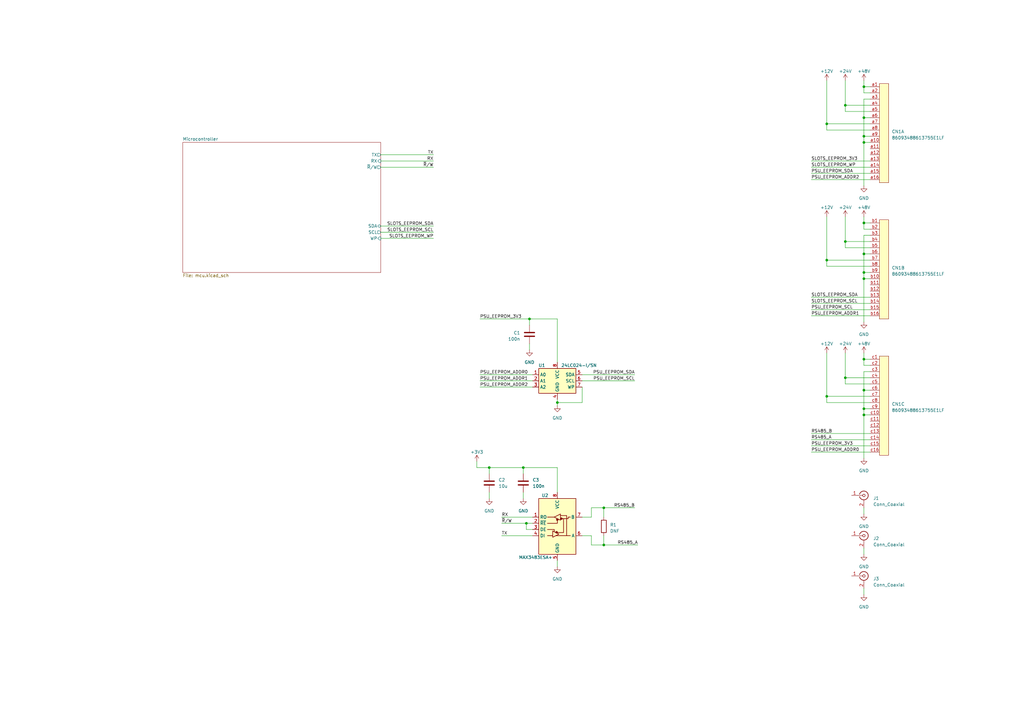
<source format=kicad_sch>
(kicad_sch (version 20210621) (generator eeschema)

  (uuid 6e8e281e-e30f-459d-852f-231836068db5)

  (paper "A3")

  (lib_symbols
    (symbol "Connector:Conn_Coaxial" (pin_names (offset 1.016) hide) (in_bom yes) (on_board yes)
      (property "Reference" "J" (id 0) (at 0.254 3.048 0)
        (effects (font (size 1.27 1.27)))
      )
      (property "Value" "Conn_Coaxial" (id 1) (at 2.921 0 90)
        (effects (font (size 1.27 1.27)))
      )
      (property "Footprint" "" (id 2) (at 0 0 0)
        (effects (font (size 1.27 1.27)) hide)
      )
      (property "Datasheet" " ~" (id 3) (at 0 0 0)
        (effects (font (size 1.27 1.27)) hide)
      )
      (property "ki_keywords" "BNC SMA SMB SMC coaxial connector CINCH RCA" (id 4) (at 0 0 0)
        (effects (font (size 1.27 1.27)) hide)
      )
      (property "ki_description" "coaxial connector (BNC, SMA, SMB, SMC, Cinch/RCA, ...)" (id 5) (at 0 0 0)
        (effects (font (size 1.27 1.27)) hide)
      )
      (property "ki_fp_filters" "*BNC* *SMA* *SMB* *SMC* *Cinch*" (id 6) (at 0 0 0)
        (effects (font (size 1.27 1.27)) hide)
      )
      (symbol "Conn_Coaxial_0_1"
        (arc (start -1.778 0.508) (end 1.778 0) (radius (at -0.0508 0) (length 1.8034) (angles 163.6 0))
          (stroke (width 0.254)) (fill (type none))
        )
        (arc (start 1.778 0) (end -1.778 -0.508) (radius (at -0.0254 0) (length 1.8034) (angles 0 -163.8))
          (stroke (width 0.254)) (fill (type none))
        )
        (circle (center 0 0) (radius 0.508) (stroke (width 0.2032)) (fill (type none)))
        (polyline
          (pts
            (xy -2.54 0)
            (xy -0.508 0)
          )
          (stroke (width 0)) (fill (type none))
        )
        (polyline
          (pts
            (xy 0 -2.54)
            (xy 0 -1.778)
          )
          (stroke (width 0)) (fill (type none))
        )
      )
      (symbol "Conn_Coaxial_1_1"
        (pin passive line (at -5.08 0 0) (length 2.54)
          (name "In" (effects (font (size 1.27 1.27))))
          (number "1" (effects (font (size 1.27 1.27))))
        )
        (pin passive line (at 0 -5.08 90) (length 2.54)
          (name "Ext" (effects (font (size 1.27 1.27))))
          (number "2" (effects (font (size 1.27 1.27))))
        )
      )
    )
    (symbol "Connector_WUT:DIN41612_R_03x16" (in_bom yes) (on_board yes)
      (property "Reference" "CN" (id 0) (at 0 2.54 0)
        (effects (font (size 1.27 1.27)))
      )
      (property "Value" "DIN41612_R_03x16" (id 1) (at 0 -41.91 0)
        (effects (font (size 1.27 1.27)))
      )
      (property "Footprint" "" (id 2) (at 0 0 0)
        (effects (font (size 1.27 1.27)) hide)
      )
      (property "Datasheet" "" (id 3) (at 0 0 0)
        (effects (font (size 1.27 1.27)) hide)
      )
      (property "ki_locked" "" (id 4) (at 0 0 0)
        (effects (font (size 1.27 1.27)))
      )
      (symbol "DIN41612_R_03x16_1_1"
        (rectangle (start -1.27 1.27) (end 2.54 -39.37)
          (stroke (width 0.1524)) (fill (type background))
        )
        (pin passive line (at -5.08 0 0) (length 3.81)
          (name "" (effects (font (size 1.27 1.27))))
          (number "a1" (effects (font (size 1.27 1.27))))
        )
        (pin passive line (at -5.08 -22.86 0) (length 3.81)
          (name "" (effects (font (size 1.27 1.27))))
          (number "a10" (effects (font (size 1.27 1.27))))
        )
        (pin passive line (at -5.08 -25.4 0) (length 3.81)
          (name "" (effects (font (size 1.27 1.27))))
          (number "a11" (effects (font (size 1.27 1.27))))
        )
        (pin passive line (at -5.08 -27.94 0) (length 3.81)
          (name "" (effects (font (size 1.27 1.27))))
          (number "a12" (effects (font (size 1.27 1.27))))
        )
        (pin passive line (at -5.08 -30.48 0) (length 3.81)
          (name "" (effects (font (size 1.27 1.27))))
          (number "a13" (effects (font (size 1.27 1.27))))
        )
        (pin passive line (at -5.08 -33.02 0) (length 3.81)
          (name "" (effects (font (size 1.27 1.27))))
          (number "a14" (effects (font (size 1.27 1.27))))
        )
        (pin passive line (at -5.08 -35.56 0) (length 3.81)
          (name "" (effects (font (size 1.27 1.27))))
          (number "a15" (effects (font (size 1.27 1.27))))
        )
        (pin passive line (at -5.08 -38.1 0) (length 3.81)
          (name "" (effects (font (size 1.27 1.27))))
          (number "a16" (effects (font (size 1.27 1.27))))
        )
        (pin passive line (at -5.08 -2.54 0) (length 3.81)
          (name "" (effects (font (size 1.27 1.27))))
          (number "a2" (effects (font (size 1.27 1.27))))
        )
        (pin passive line (at -5.08 -5.08 0) (length 3.81)
          (name "" (effects (font (size 1.27 1.27))))
          (number "a3" (effects (font (size 1.27 1.27))))
        )
        (pin passive line (at -5.08 -7.62 0) (length 3.81)
          (name "" (effects (font (size 1.27 1.27))))
          (number "a4" (effects (font (size 1.27 1.27))))
        )
        (pin passive line (at -5.08 -10.16 0) (length 3.81)
          (name "" (effects (font (size 1.27 1.27))))
          (number "a5" (effects (font (size 1.27 1.27))))
        )
        (pin passive line (at -5.08 -12.7 0) (length 3.81)
          (name "" (effects (font (size 1.27 1.27))))
          (number "a6" (effects (font (size 1.27 1.27))))
        )
        (pin passive line (at -5.08 -15.24 0) (length 3.81)
          (name "" (effects (font (size 1.27 1.27))))
          (number "a7" (effects (font (size 1.27 1.27))))
        )
        (pin passive line (at -5.08 -17.78 0) (length 3.81)
          (name "" (effects (font (size 1.27 1.27))))
          (number "a8" (effects (font (size 1.27 1.27))))
        )
        (pin passive line (at -5.08 -20.32 0) (length 3.81)
          (name "" (effects (font (size 1.27 1.27))))
          (number "a9" (effects (font (size 1.27 1.27))))
        )
      )
      (symbol "DIN41612_R_03x16_2_1"
        (rectangle (start -1.27 1.27) (end 2.54 -39.37)
          (stroke (width 0.1524)) (fill (type background))
        )
        (pin passive line (at -5.08 0 0) (length 3.81)
          (name "" (effects (font (size 1.27 1.27))))
          (number "b1" (effects (font (size 1.27 1.27))))
        )
        (pin passive line (at -5.08 -22.86 0) (length 3.81)
          (name "" (effects (font (size 1.27 1.27))))
          (number "b10" (effects (font (size 1.27 1.27))))
        )
        (pin passive line (at -5.08 -25.4 0) (length 3.81)
          (name "" (effects (font (size 1.27 1.27))))
          (number "b11" (effects (font (size 1.27 1.27))))
        )
        (pin passive line (at -5.08 -27.94 0) (length 3.81)
          (name "" (effects (font (size 1.27 1.27))))
          (number "b12" (effects (font (size 1.27 1.27))))
        )
        (pin passive line (at -5.08 -30.48 0) (length 3.81)
          (name "" (effects (font (size 1.27 1.27))))
          (number "b13" (effects (font (size 1.27 1.27))))
        )
        (pin passive line (at -5.08 -33.02 0) (length 3.81)
          (name "" (effects (font (size 1.27 1.27))))
          (number "b14" (effects (font (size 1.27 1.27))))
        )
        (pin passive line (at -5.08 -35.56 0) (length 3.81)
          (name "" (effects (font (size 1.27 1.27))))
          (number "b15" (effects (font (size 1.27 1.27))))
        )
        (pin passive line (at -5.08 -38.1 0) (length 3.81)
          (name "" (effects (font (size 1.27 1.27))))
          (number "b16" (effects (font (size 1.27 1.27))))
        )
        (pin passive line (at -5.08 -2.54 0) (length 3.81)
          (name "" (effects (font (size 1.27 1.27))))
          (number "b2" (effects (font (size 1.27 1.27))))
        )
        (pin passive line (at -5.08 -5.08 0) (length 3.81)
          (name "" (effects (font (size 1.27 1.27))))
          (number "b3" (effects (font (size 1.27 1.27))))
        )
        (pin passive line (at -5.08 -7.62 0) (length 3.81)
          (name "" (effects (font (size 1.27 1.27))))
          (number "b4" (effects (font (size 1.27 1.27))))
        )
        (pin passive line (at -5.08 -10.16 0) (length 3.81)
          (name "" (effects (font (size 1.27 1.27))))
          (number "b5" (effects (font (size 1.27 1.27))))
        )
        (pin passive line (at -5.08 -12.7 0) (length 3.81)
          (name "" (effects (font (size 1.27 1.27))))
          (number "b6" (effects (font (size 1.27 1.27))))
        )
        (pin passive line (at -5.08 -15.24 0) (length 3.81)
          (name "" (effects (font (size 1.27 1.27))))
          (number "b7" (effects (font (size 1.27 1.27))))
        )
        (pin passive line (at -5.08 -17.78 0) (length 3.81)
          (name "" (effects (font (size 1.27 1.27))))
          (number "b8" (effects (font (size 1.27 1.27))))
        )
        (pin passive line (at -5.08 -20.32 0) (length 3.81)
          (name "" (effects (font (size 1.27 1.27))))
          (number "b9" (effects (font (size 1.27 1.27))))
        )
      )
      (symbol "DIN41612_R_03x16_3_1"
        (rectangle (start -1.27 1.27) (end 2.54 -39.37)
          (stroke (width 0.1524)) (fill (type background))
        )
        (pin passive line (at -5.08 0 0) (length 3.81)
          (name "" (effects (font (size 1.27 1.27))))
          (number "c1" (effects (font (size 1.27 1.27))))
        )
        (pin passive line (at -5.08 -22.86 0) (length 3.81)
          (name "" (effects (font (size 1.27 1.27))))
          (number "c10" (effects (font (size 1.27 1.27))))
        )
        (pin passive line (at -5.08 -25.4 0) (length 3.81)
          (name "" (effects (font (size 1.27 1.27))))
          (number "c11" (effects (font (size 1.27 1.27))))
        )
        (pin passive line (at -5.08 -27.94 0) (length 3.81)
          (name "" (effects (font (size 1.27 1.27))))
          (number "c12" (effects (font (size 1.27 1.27))))
        )
        (pin passive line (at -5.08 -30.48 0) (length 3.81)
          (name "" (effects (font (size 1.27 1.27))))
          (number "c13" (effects (font (size 1.27 1.27))))
        )
        (pin passive line (at -5.08 -33.02 0) (length 3.81)
          (name "" (effects (font (size 1.27 1.27))))
          (number "c14" (effects (font (size 1.27 1.27))))
        )
        (pin passive line (at -5.08 -35.56 0) (length 3.81)
          (name "" (effects (font (size 1.27 1.27))))
          (number "c15" (effects (font (size 1.27 1.27))))
        )
        (pin passive line (at -5.08 -38.1 0) (length 3.81)
          (name "" (effects (font (size 1.27 1.27))))
          (number "c16" (effects (font (size 1.27 1.27))))
        )
        (pin passive line (at -5.08 -2.54 0) (length 3.81)
          (name "" (effects (font (size 1.27 1.27))))
          (number "c2" (effects (font (size 1.27 1.27))))
        )
        (pin passive line (at -5.08 -5.08 0) (length 3.81)
          (name "" (effects (font (size 1.27 1.27))))
          (number "c3" (effects (font (size 1.27 1.27))))
        )
        (pin passive line (at -5.08 -7.62 0) (length 3.81)
          (name "" (effects (font (size 1.27 1.27))))
          (number "c4" (effects (font (size 1.27 1.27))))
        )
        (pin passive line (at -5.08 -10.16 0) (length 3.81)
          (name "" (effects (font (size 1.27 1.27))))
          (number "c5" (effects (font (size 1.27 1.27))))
        )
        (pin passive line (at -5.08 -12.7 0) (length 3.81)
          (name "" (effects (font (size 1.27 1.27))))
          (number "c6" (effects (font (size 1.27 1.27))))
        )
        (pin passive line (at -5.08 -15.24 0) (length 3.81)
          (name "" (effects (font (size 1.27 1.27))))
          (number "c7" (effects (font (size 1.27 1.27))))
        )
        (pin passive line (at -5.08 -17.78 0) (length 3.81)
          (name "" (effects (font (size 1.27 1.27))))
          (number "c8" (effects (font (size 1.27 1.27))))
        )
        (pin passive line (at -5.08 -20.32 0) (length 3.81)
          (name "" (effects (font (size 1.27 1.27))))
          (number "c9" (effects (font (size 1.27 1.27))))
        )
      )
    )
    (symbol "Device:C" (pin_numbers hide) (pin_names (offset 0.254)) (in_bom yes) (on_board yes)
      (property "Reference" "C" (id 0) (at 0.635 2.54 0)
        (effects (font (size 1.27 1.27)) (justify left))
      )
      (property "Value" "C" (id 1) (at 0.635 -2.54 0)
        (effects (font (size 1.27 1.27)) (justify left))
      )
      (property "Footprint" "" (id 2) (at 0.9652 -3.81 0)
        (effects (font (size 1.27 1.27)) hide)
      )
      (property "Datasheet" "~" (id 3) (at 0 0 0)
        (effects (font (size 1.27 1.27)) hide)
      )
      (property "ki_keywords" "cap capacitor" (id 4) (at 0 0 0)
        (effects (font (size 1.27 1.27)) hide)
      )
      (property "ki_description" "Unpolarized capacitor" (id 5) (at 0 0 0)
        (effects (font (size 1.27 1.27)) hide)
      )
      (property "ki_fp_filters" "C_*" (id 6) (at 0 0 0)
        (effects (font (size 1.27 1.27)) hide)
      )
      (symbol "C_0_1"
        (polyline
          (pts
            (xy -2.032 -0.762)
            (xy 2.032 -0.762)
          )
          (stroke (width 0.508)) (fill (type none))
        )
        (polyline
          (pts
            (xy -2.032 0.762)
            (xy 2.032 0.762)
          )
          (stroke (width 0.508)) (fill (type none))
        )
      )
      (symbol "C_1_1"
        (pin passive line (at 0 3.81 270) (length 2.794)
          (name "~" (effects (font (size 1.27 1.27))))
          (number "1" (effects (font (size 1.27 1.27))))
        )
        (pin passive line (at 0 -3.81 90) (length 2.794)
          (name "~" (effects (font (size 1.27 1.27))))
          (number "2" (effects (font (size 1.27 1.27))))
        )
      )
    )
    (symbol "Device:R" (pin_numbers hide) (pin_names (offset 0)) (in_bom yes) (on_board yes)
      (property "Reference" "R" (id 0) (at 2.032 0 90)
        (effects (font (size 1.27 1.27)))
      )
      (property "Value" "R" (id 1) (at 0 0 90)
        (effects (font (size 1.27 1.27)))
      )
      (property "Footprint" "" (id 2) (at -1.778 0 90)
        (effects (font (size 1.27 1.27)) hide)
      )
      (property "Datasheet" "~" (id 3) (at 0 0 0)
        (effects (font (size 1.27 1.27)) hide)
      )
      (property "ki_keywords" "R res resistor" (id 4) (at 0 0 0)
        (effects (font (size 1.27 1.27)) hide)
      )
      (property "ki_description" "Resistor" (id 5) (at 0 0 0)
        (effects (font (size 1.27 1.27)) hide)
      )
      (property "ki_fp_filters" "R_*" (id 6) (at 0 0 0)
        (effects (font (size 1.27 1.27)) hide)
      )
      (symbol "R_0_1"
        (rectangle (start -1.016 -2.54) (end 1.016 2.54)
          (stroke (width 0.254)) (fill (type none))
        )
      )
      (symbol "R_1_1"
        (pin passive line (at 0 3.81 270) (length 1.27)
          (name "~" (effects (font (size 1.27 1.27))))
          (number "1" (effects (font (size 1.27 1.27))))
        )
        (pin passive line (at 0 -3.81 90) (length 1.27)
          (name "~" (effects (font (size 1.27 1.27))))
          (number "2" (effects (font (size 1.27 1.27))))
        )
      )
    )
    (symbol "Interface_UART:MAX3483" (in_bom yes) (on_board yes)
      (property "Reference" "U" (id 0) (at -6.096 11.43 0)
        (effects (font (size 1.27 1.27)))
      )
      (property "Value" "MAX3483" (id 1) (at 0.762 11.43 0)
        (effects (font (size 1.27 1.27)) (justify left))
      )
      (property "Footprint" "" (id 2) (at 0 -17.78 0)
        (effects (font (size 1.27 1.27)) hide)
      )
      (property "Datasheet" "https://datasheets.maximintegrated.com/en/ds/MAX3483-MAX3491.pdf" (id 3) (at 0 1.27 0)
        (effects (font (size 1.27 1.27)) hide)
      )
      (property "ki_keywords" "RS-485 RS-422 UART line-driver transceiver" (id 4) (at 0 0 0)
        (effects (font (size 1.27 1.27)) hide)
      )
      (property "ki_description" "True RS-485/RS-422, 0.25Mbps, Slew-Rate Limited, with low-power shutdown, with receiver/driver enable, 32 receiver drive capacitity, DIP-8 and SOIC-8" (id 5) (at 0 0 0)
        (effects (font (size 1.27 1.27)) hide)
      )
      (property "ki_fp_filters" "DIP*W7.62mm* SOIC*3.9x4.9mm*P1.27mm*" (id 6) (at 0 0 0)
        (effects (font (size 1.27 1.27)) hide)
      )
      (symbol "MAX3483_0_1"
        (circle (center -0.3048 -3.683) (radius 0.3556) (stroke (width 0.254)) (fill (type outline)))
        (circle (center -0.0254 1.4986) (radius 0.3556) (stroke (width 0.254)) (fill (type outline)))
        (circle (center 1.651 1.905) (radius 0.3556) (stroke (width 0.254)) (fill (type outline)))
        (rectangle (start 1.27 3.175) (end 1.27 3.175)
          (stroke (width 0)) (fill (type none))
        )
        (rectangle (start -7.62 10.16) (end 7.62 -12.7)
          (stroke (width 0.254)) (fill (type background))
        )
        (polyline
          (pts
            (xy -4.064 -5.08)
            (xy -1.905 -5.08)
          )
          (stroke (width 0.254)) (fill (type none))
        )
        (polyline
          (pts
            (xy -4.064 2.54)
            (xy -1.27 2.54)
          )
          (stroke (width 0.254)) (fill (type none))
        )
        (polyline
          (pts
            (xy -1.27 -3.2004)
            (xy -1.27 -3.4544)
          )
          (stroke (width 0.254)) (fill (type none))
        )
        (polyline
          (pts
            (xy -0.635 -5.08)
            (xy 5.334 -5.08)
          )
          (stroke (width 0.254)) (fill (type none))
        )
        (polyline
          (pts
            (xy -4.064 -2.54)
            (xy -1.27 -2.54)
            (xy -1.27 -3.175)
          )
          (stroke (width 0.254)) (fill (type none))
        )
        (polyline
          (pts
            (xy 0 1.27)
            (xy 0 0)
            (xy -4.064 0)
          )
          (stroke (width 0.254)) (fill (type none))
        )
        (polyline
          (pts
            (xy 1.27 3.175)
            (xy 3.81 3.175)
            (xy 3.81 -5.08)
          )
          (stroke (width 0.254)) (fill (type none))
        )
        (polyline
          (pts
            (xy 2.54 1.905)
            (xy 2.54 -3.81)
            (xy 0 -3.81)
          )
          (stroke (width 0.254)) (fill (type none))
        )
        (polyline
          (pts
            (xy -1.905 -3.175)
            (xy -1.905 -5.715)
            (xy 0.635 -4.445)
            (xy -1.905 -3.175)
          )
          (stroke (width 0.254)) (fill (type none))
        )
        (polyline
          (pts
            (xy -1.27 2.54)
            (xy 1.27 3.81)
            (xy 1.27 1.27)
            (xy -1.27 2.54)
          )
          (stroke (width 0.254)) (fill (type none))
        )
        (polyline
          (pts
            (xy 1.905 1.905)
            (xy 4.445 1.905)
            (xy 4.445 2.54)
            (xy 5.334 2.54)
          )
          (stroke (width 0.254)) (fill (type none))
        )
      )
      (symbol "MAX3483_1_1"
        (pin output line (at -10.16 2.54 0) (length 2.54)
          (name "RO" (effects (font (size 1.27 1.27))))
          (number "1" (effects (font (size 1.27 1.27))))
        )
        (pin input line (at -10.16 0 0) (length 2.54)
          (name "~{RE}" (effects (font (size 1.27 1.27))))
          (number "2" (effects (font (size 1.27 1.27))))
        )
        (pin input line (at -10.16 -2.54 0) (length 2.54)
          (name "DE" (effects (font (size 1.27 1.27))))
          (number "3" (effects (font (size 1.27 1.27))))
        )
        (pin input line (at -10.16 -5.08 0) (length 2.54)
          (name "DI" (effects (font (size 1.27 1.27))))
          (number "4" (effects (font (size 1.27 1.27))))
        )
        (pin power_in line (at 0 -15.24 90) (length 2.54)
          (name "GND" (effects (font (size 1.27 1.27))))
          (number "5" (effects (font (size 1.27 1.27))))
        )
        (pin bidirectional line (at 10.16 -5.08 180) (length 2.54)
          (name "A" (effects (font (size 1.27 1.27))))
          (number "6" (effects (font (size 1.27 1.27))))
        )
        (pin bidirectional line (at 10.16 2.54 180) (length 2.54)
          (name "B" (effects (font (size 1.27 1.27))))
          (number "7" (effects (font (size 1.27 1.27))))
        )
        (pin power_in line (at 0 12.7 270) (length 2.54)
          (name "VCC" (effects (font (size 1.27 1.27))))
          (number "8" (effects (font (size 1.27 1.27))))
        )
      )
    )
    (symbol "Memory_EEPROM:24LC02" (in_bom yes) (on_board yes)
      (property "Reference" "U" (id 0) (at -6.35 6.35 0)
        (effects (font (size 1.27 1.27)))
      )
      (property "Value" "24LC02" (id 1) (at 1.27 6.35 0)
        (effects (font (size 1.27 1.27)) (justify left))
      )
      (property "Footprint" "" (id 2) (at 0 0 0)
        (effects (font (size 1.27 1.27)) hide)
      )
      (property "Datasheet" "http://ww1.microchip.com/downloads/en/DeviceDoc/21709c.pdf" (id 3) (at 0 0 0)
        (effects (font (size 1.27 1.27)) hide)
      )
      (property "ki_keywords" "I2C Serial EEPROM" (id 4) (at 0 0 0)
        (effects (font (size 1.27 1.27)) hide)
      )
      (property "ki_description" "I2C Serial EEPROM, 2Kb, DIP-8/SOIC-8/TSSOP-8/DFN-8" (id 5) (at 0 0 0)
        (effects (font (size 1.27 1.27)) hide)
      )
      (property "ki_fp_filters" "DIP*W7.62mm* SOIC*3.9x4.9mm* TSSOP*4.4x3mm*P0.65mm* DFN*3x2mm*P0.5mm*" (id 6) (at 0 0 0)
        (effects (font (size 1.27 1.27)) hide)
      )
      (symbol "24LC02_1_1"
        (rectangle (start -7.62 5.08) (end 7.62 -5.08)
          (stroke (width 0.254)) (fill (type background))
        )
        (pin input line (at -10.16 2.54 0) (length 2.54)
          (name "A0" (effects (font (size 1.27 1.27))))
          (number "1" (effects (font (size 1.27 1.27))))
        )
        (pin input line (at -10.16 0 0) (length 2.54)
          (name "A1" (effects (font (size 1.27 1.27))))
          (number "2" (effects (font (size 1.27 1.27))))
        )
        (pin input line (at -10.16 -2.54 0) (length 2.54)
          (name "A2" (effects (font (size 1.27 1.27))))
          (number "3" (effects (font (size 1.27 1.27))))
        )
        (pin power_in line (at 0 -7.62 90) (length 2.54)
          (name "GND" (effects (font (size 1.27 1.27))))
          (number "4" (effects (font (size 1.27 1.27))))
        )
        (pin bidirectional line (at 10.16 2.54 180) (length 2.54)
          (name "SDA" (effects (font (size 1.27 1.27))))
          (number "5" (effects (font (size 1.27 1.27))))
        )
        (pin input line (at 10.16 0 180) (length 2.54)
          (name "SCL" (effects (font (size 1.27 1.27))))
          (number "6" (effects (font (size 1.27 1.27))))
        )
        (pin input line (at 10.16 -2.54 180) (length 2.54)
          (name "WP" (effects (font (size 1.27 1.27))))
          (number "7" (effects (font (size 1.27 1.27))))
        )
        (pin power_in line (at 0 7.62 270) (length 2.54)
          (name "VCC" (effects (font (size 1.27 1.27))))
          (number "8" (effects (font (size 1.27 1.27))))
        )
      )
    )
    (symbol "power:+12V" (power) (pin_names (offset 0)) (in_bom yes) (on_board yes)
      (property "Reference" "#PWR" (id 0) (at 0 -3.81 0)
        (effects (font (size 1.27 1.27)) hide)
      )
      (property "Value" "+12V" (id 1) (at 0 3.556 0)
        (effects (font (size 1.27 1.27)))
      )
      (property "Footprint" "" (id 2) (at 0 0 0)
        (effects (font (size 1.27 1.27)) hide)
      )
      (property "Datasheet" "" (id 3) (at 0 0 0)
        (effects (font (size 1.27 1.27)) hide)
      )
      (property "ki_keywords" "power-flag" (id 4) (at 0 0 0)
        (effects (font (size 1.27 1.27)) hide)
      )
      (property "ki_description" "Power symbol creates a global label with name \"+12V\"" (id 5) (at 0 0 0)
        (effects (font (size 1.27 1.27)) hide)
      )
      (symbol "+12V_0_1"
        (polyline
          (pts
            (xy -0.762 1.27)
            (xy 0 2.54)
          )
          (stroke (width 0)) (fill (type none))
        )
        (polyline
          (pts
            (xy 0 0)
            (xy 0 2.54)
          )
          (stroke (width 0)) (fill (type none))
        )
        (polyline
          (pts
            (xy 0 2.54)
            (xy 0.762 1.27)
          )
          (stroke (width 0)) (fill (type none))
        )
      )
      (symbol "+12V_1_1"
        (pin power_in line (at 0 0 90) (length 0) hide
          (name "+12V" (effects (font (size 1.27 1.27))))
          (number "1" (effects (font (size 1.27 1.27))))
        )
      )
    )
    (symbol "power:+24V" (power) (pin_names (offset 0)) (in_bom yes) (on_board yes)
      (property "Reference" "#PWR" (id 0) (at 0 -3.81 0)
        (effects (font (size 1.27 1.27)) hide)
      )
      (property "Value" "+24V" (id 1) (at 0 3.556 0)
        (effects (font (size 1.27 1.27)))
      )
      (property "Footprint" "" (id 2) (at 0 0 0)
        (effects (font (size 1.27 1.27)) hide)
      )
      (property "Datasheet" "" (id 3) (at 0 0 0)
        (effects (font (size 1.27 1.27)) hide)
      )
      (property "ki_keywords" "power-flag" (id 4) (at 0 0 0)
        (effects (font (size 1.27 1.27)) hide)
      )
      (property "ki_description" "Power symbol creates a global label with name \"+24V\"" (id 5) (at 0 0 0)
        (effects (font (size 1.27 1.27)) hide)
      )
      (symbol "+24V_0_1"
        (polyline
          (pts
            (xy -0.762 1.27)
            (xy 0 2.54)
          )
          (stroke (width 0)) (fill (type none))
        )
        (polyline
          (pts
            (xy 0 0)
            (xy 0 2.54)
          )
          (stroke (width 0)) (fill (type none))
        )
        (polyline
          (pts
            (xy 0 2.54)
            (xy 0.762 1.27)
          )
          (stroke (width 0)) (fill (type none))
        )
      )
      (symbol "+24V_1_1"
        (pin power_in line (at 0 0 90) (length 0) hide
          (name "+24V" (effects (font (size 1.27 1.27))))
          (number "1" (effects (font (size 1.27 1.27))))
        )
      )
    )
    (symbol "power:+3.3V" (power) (pin_names (offset 0)) (in_bom yes) (on_board yes)
      (property "Reference" "#PWR" (id 0) (at 0 -3.81 0)
        (effects (font (size 1.27 1.27)) hide)
      )
      (property "Value" "+3.3V" (id 1) (at 0 3.556 0)
        (effects (font (size 1.27 1.27)))
      )
      (property "Footprint" "" (id 2) (at 0 0 0)
        (effects (font (size 1.27 1.27)) hide)
      )
      (property "Datasheet" "" (id 3) (at 0 0 0)
        (effects (font (size 1.27 1.27)) hide)
      )
      (property "ki_keywords" "power-flag" (id 4) (at 0 0 0)
        (effects (font (size 1.27 1.27)) hide)
      )
      (property "ki_description" "Power symbol creates a global label with name \"+3.3V\"" (id 5) (at 0 0 0)
        (effects (font (size 1.27 1.27)) hide)
      )
      (symbol "+3.3V_0_1"
        (polyline
          (pts
            (xy -0.762 1.27)
            (xy 0 2.54)
          )
          (stroke (width 0)) (fill (type none))
        )
        (polyline
          (pts
            (xy 0 0)
            (xy 0 2.54)
          )
          (stroke (width 0)) (fill (type none))
        )
        (polyline
          (pts
            (xy 0 2.54)
            (xy 0.762 1.27)
          )
          (stroke (width 0)) (fill (type none))
        )
      )
      (symbol "+3.3V_1_1"
        (pin power_in line (at 0 0 90) (length 0) hide
          (name "+3V3" (effects (font (size 1.27 1.27))))
          (number "1" (effects (font (size 1.27 1.27))))
        )
      )
    )
    (symbol "power:+48V" (power) (pin_names (offset 0)) (in_bom yes) (on_board yes)
      (property "Reference" "#PWR" (id 0) (at 0 -3.81 0)
        (effects (font (size 1.27 1.27)) hide)
      )
      (property "Value" "+48V" (id 1) (at 0 3.556 0)
        (effects (font (size 1.27 1.27)))
      )
      (property "Footprint" "" (id 2) (at 0 0 0)
        (effects (font (size 1.27 1.27)) hide)
      )
      (property "Datasheet" "" (id 3) (at 0 0 0)
        (effects (font (size 1.27 1.27)) hide)
      )
      (property "ki_keywords" "power-flag" (id 4) (at 0 0 0)
        (effects (font (size 1.27 1.27)) hide)
      )
      (property "ki_description" "Power symbol creates a global label with name \"+48V\"" (id 5) (at 0 0 0)
        (effects (font (size 1.27 1.27)) hide)
      )
      (symbol "+48V_0_1"
        (polyline
          (pts
            (xy -0.762 1.27)
            (xy 0 2.54)
          )
          (stroke (width 0)) (fill (type none))
        )
        (polyline
          (pts
            (xy 0 0)
            (xy 0 2.54)
          )
          (stroke (width 0)) (fill (type none))
        )
        (polyline
          (pts
            (xy 0 2.54)
            (xy 0.762 1.27)
          )
          (stroke (width 0)) (fill (type none))
        )
      )
      (symbol "+48V_1_1"
        (pin power_in line (at 0 0 90) (length 0) hide
          (name "+48V" (effects (font (size 1.27 1.27))))
          (number "1" (effects (font (size 1.27 1.27))))
        )
      )
    )
    (symbol "power:GND" (power) (pin_names (offset 0)) (in_bom yes) (on_board yes)
      (property "Reference" "#PWR" (id 0) (at 0 -6.35 0)
        (effects (font (size 1.27 1.27)) hide)
      )
      (property "Value" "GND" (id 1) (at 0 -3.81 0)
        (effects (font (size 1.27 1.27)))
      )
      (property "Footprint" "" (id 2) (at 0 0 0)
        (effects (font (size 1.27 1.27)) hide)
      )
      (property "Datasheet" "" (id 3) (at 0 0 0)
        (effects (font (size 1.27 1.27)) hide)
      )
      (property "ki_keywords" "power-flag" (id 4) (at 0 0 0)
        (effects (font (size 1.27 1.27)) hide)
      )
      (property "ki_description" "Power symbol creates a global label with name \"GND\" , ground" (id 5) (at 0 0 0)
        (effects (font (size 1.27 1.27)) hide)
      )
      (symbol "GND_0_1"
        (polyline
          (pts
            (xy 0 0)
            (xy 0 -1.27)
            (xy 1.27 -1.27)
            (xy 0 -2.54)
            (xy -1.27 -1.27)
            (xy 0 -1.27)
          )
          (stroke (width 0)) (fill (type none))
        )
      )
      (symbol "GND_1_1"
        (pin power_in line (at 0 0 270) (length 0) hide
          (name "GND" (effects (font (size 1.27 1.27))))
          (number "1" (effects (font (size 1.27 1.27))))
        )
      )
    )
  )

  (junction (at 200.66 191.77) (diameter 0.9144) (color 0 0 0 0))
  (junction (at 214.63 191.77) (diameter 0.9144) (color 0 0 0 0))
  (junction (at 215.9 214.63) (diameter 0.9144) (color 0 0 0 0))
  (junction (at 217.17 130.81) (diameter 0.9144) (color 0 0 0 0))
  (junction (at 228.6 165.1) (diameter 0.9144) (color 0 0 0 0))
  (junction (at 247.65 208.28) (diameter 0.9144) (color 0 0 0 0))
  (junction (at 247.65 223.52) (diameter 0.9144) (color 0 0 0 0))
  (junction (at 339.09 50.8) (diameter 0.9144) (color 0 0 0 0))
  (junction (at 339.09 106.68) (diameter 0.9144) (color 0 0 0 0))
  (junction (at 339.09 162.56) (diameter 0.9144) (color 0 0 0 0))
  (junction (at 346.71 43.18) (diameter 0.9144) (color 0 0 0 0))
  (junction (at 346.71 99.06) (diameter 0.9144) (color 0 0 0 0))
  (junction (at 346.71 154.94) (diameter 0.9144) (color 0 0 0 0))
  (junction (at 354.33 35.56) (diameter 0.9144) (color 0 0 0 0))
  (junction (at 354.33 48.26) (diameter 0.9144) (color 0 0 0 0))
  (junction (at 354.33 55.88) (diameter 0.9144) (color 0 0 0 0))
  (junction (at 354.33 58.42) (diameter 0.9144) (color 0 0 0 0))
  (junction (at 354.33 91.44) (diameter 0.9144) (color 0 0 0 0))
  (junction (at 354.33 104.14) (diameter 0.9144) (color 0 0 0 0))
  (junction (at 354.33 111.76) (diameter 0.9144) (color 0 0 0 0))
  (junction (at 354.33 114.3) (diameter 0.9144) (color 0 0 0 0))
  (junction (at 354.33 147.32) (diameter 0.9144) (color 0 0 0 0))
  (junction (at 354.33 160.02) (diameter 0.9144) (color 0 0 0 0))
  (junction (at 354.33 167.64) (diameter 0.9144) (color 0 0 0 0))
  (junction (at 354.33 170.18) (diameter 0.9144) (color 0 0 0 0))

  (wire (pts (xy 156.21 63.5) (xy 177.8 63.5))
    (stroke (width 0) (type solid) (color 0 0 0 0))
    (uuid 9ea3d2b8-8d99-4351-ba09-ed2974e57298)
  )
  (wire (pts (xy 156.21 66.04) (xy 177.8 66.04))
    (stroke (width 0) (type solid) (color 0 0 0 0))
    (uuid 2749ce3c-d4f5-4d93-ba6a-1e2deeb51cb5)
  )
  (wire (pts (xy 156.21 68.58) (xy 177.8 68.58))
    (stroke (width 0) (type solid) (color 0 0 0 0))
    (uuid 4b505c72-f25c-4366-8685-7470641ef90c)
  )
  (wire (pts (xy 156.21 92.71) (xy 177.8 92.71))
    (stroke (width 0) (type solid) (color 0 0 0 0))
    (uuid 3667f4e7-9a57-4871-b37f-31a01cd45642)
  )
  (wire (pts (xy 156.21 95.25) (xy 177.8 95.25))
    (stroke (width 0) (type solid) (color 0 0 0 0))
    (uuid 554643fb-adae-4831-b963-91d90c567922)
  )
  (wire (pts (xy 156.21 97.79) (xy 177.8 97.79))
    (stroke (width 0) (type solid) (color 0 0 0 0))
    (uuid 49c955cd-c44d-4473-bb26-88e0fbc9e859)
  )
  (wire (pts (xy 195.58 189.23) (xy 195.58 191.77))
    (stroke (width 0) (type solid) (color 0 0 0 0))
    (uuid b3679d78-e7f6-48de-9a70-a25acb84bedd)
  )
  (wire (pts (xy 195.58 191.77) (xy 200.66 191.77))
    (stroke (width 0) (type solid) (color 0 0 0 0))
    (uuid 3b133bbc-c867-4e54-85cd-7134706d93c8)
  )
  (wire (pts (xy 196.85 130.81) (xy 217.17 130.81))
    (stroke (width 0) (type solid) (color 0 0 0 0))
    (uuid 71d6c953-1a8f-4cc0-b6a0-0e35c99cf057)
  )
  (wire (pts (xy 200.66 191.77) (xy 200.66 194.31))
    (stroke (width 0) (type solid) (color 0 0 0 0))
    (uuid cb15836c-64fd-4602-8d10-05d718e8e35e)
  )
  (wire (pts (xy 200.66 191.77) (xy 214.63 191.77))
    (stroke (width 0) (type solid) (color 0 0 0 0))
    (uuid 3b133bbc-c867-4e54-85cd-7134706d93c8)
  )
  (wire (pts (xy 200.66 201.93) (xy 200.66 204.47))
    (stroke (width 0) (type solid) (color 0 0 0 0))
    (uuid ca7fb6eb-9e59-47aa-9921-51944ab34bcc)
  )
  (wire (pts (xy 205.74 212.09) (xy 218.44 212.09))
    (stroke (width 0) (type solid) (color 0 0 0 0))
    (uuid 4c0bd1e8-476e-49b2-b8c4-31f1eee77a5e)
  )
  (wire (pts (xy 205.74 214.63) (xy 215.9 214.63))
    (stroke (width 0) (type solid) (color 0 0 0 0))
    (uuid 643e952d-9a7f-4bd8-a7e1-b906d82fddaa)
  )
  (wire (pts (xy 205.74 219.71) (xy 218.44 219.71))
    (stroke (width 0) (type solid) (color 0 0 0 0))
    (uuid e9ca861d-4325-433e-9c73-44442869c64f)
  )
  (wire (pts (xy 214.63 191.77) (xy 228.6 191.77))
    (stroke (width 0) (type solid) (color 0 0 0 0))
    (uuid 9091d133-95a8-49b2-8189-a4066d2dd942)
  )
  (wire (pts (xy 214.63 194.31) (xy 214.63 191.77))
    (stroke (width 0) (type solid) (color 0 0 0 0))
    (uuid d2296757-60fc-42bd-9077-b75d4eb03f37)
  )
  (wire (pts (xy 214.63 201.93) (xy 214.63 204.47))
    (stroke (width 0) (type solid) (color 0 0 0 0))
    (uuid 06205345-7c1b-4ec7-868d-9ed3b8f029c5)
  )
  (wire (pts (xy 215.9 214.63) (xy 215.9 217.17))
    (stroke (width 0) (type solid) (color 0 0 0 0))
    (uuid cb19ae49-9e3d-41a2-98fd-d1ab33a590cd)
  )
  (wire (pts (xy 215.9 217.17) (xy 218.44 217.17))
    (stroke (width 0) (type solid) (color 0 0 0 0))
    (uuid baeb191d-2a0d-4ced-bdd0-6310bcd1f0be)
  )
  (wire (pts (xy 217.17 130.81) (xy 228.6 130.81))
    (stroke (width 0) (type solid) (color 0 0 0 0))
    (uuid 3a354974-ce91-40d5-946f-0757e9fa4386)
  )
  (wire (pts (xy 217.17 133.35) (xy 217.17 130.81))
    (stroke (width 0) (type solid) (color 0 0 0 0))
    (uuid affd7e96-c42f-4c19-8b99-39dd6767d560)
  )
  (wire (pts (xy 217.17 140.97) (xy 217.17 143.51))
    (stroke (width 0) (type solid) (color 0 0 0 0))
    (uuid b7b36ae9-6fcd-4876-8f0f-2531d8487a91)
  )
  (wire (pts (xy 218.44 153.67) (xy 196.85 153.67))
    (stroke (width 0) (type solid) (color 0 0 0 0))
    (uuid eca1928a-f971-4826-acdb-fdcda141f3e9)
  )
  (wire (pts (xy 218.44 156.21) (xy 196.85 156.21))
    (stroke (width 0) (type solid) (color 0 0 0 0))
    (uuid 65033441-8a01-4776-a53c-14afac002876)
  )
  (wire (pts (xy 218.44 158.75) (xy 196.85 158.75))
    (stroke (width 0) (type solid) (color 0 0 0 0))
    (uuid 85ec3cd2-5d79-48f9-bbfe-42413df47caa)
  )
  (wire (pts (xy 218.44 214.63) (xy 215.9 214.63))
    (stroke (width 0) (type solid) (color 0 0 0 0))
    (uuid 34b67ab5-5300-4c86-8e92-3fc347d3ef54)
  )
  (wire (pts (xy 228.6 130.81) (xy 228.6 148.59))
    (stroke (width 0) (type solid) (color 0 0 0 0))
    (uuid 3a354974-ce91-40d5-946f-0757e9fa4386)
  )
  (wire (pts (xy 228.6 163.83) (xy 228.6 165.1))
    (stroke (width 0) (type solid) (color 0 0 0 0))
    (uuid 533554d3-fbf3-4bef-bdb6-4f8677b28771)
  )
  (wire (pts (xy 228.6 165.1) (xy 228.6 166.37))
    (stroke (width 0) (type solid) (color 0 0 0 0))
    (uuid 533554d3-fbf3-4bef-bdb6-4f8677b28771)
  )
  (wire (pts (xy 228.6 191.77) (xy 228.6 201.93))
    (stroke (width 0) (type solid) (color 0 0 0 0))
    (uuid 3b133bbc-c867-4e54-85cd-7134706d93c8)
  )
  (wire (pts (xy 228.6 229.87) (xy 228.6 232.41))
    (stroke (width 0) (type solid) (color 0 0 0 0))
    (uuid cdbb1bf1-82d2-49b4-8080-623ecd4715a2)
  )
  (wire (pts (xy 238.76 153.67) (xy 260.35 153.67))
    (stroke (width 0) (type solid) (color 0 0 0 0))
    (uuid 6e4fa6bc-926c-4aca-820b-05e84e0c20e9)
  )
  (wire (pts (xy 238.76 156.21) (xy 260.35 156.21))
    (stroke (width 0) (type solid) (color 0 0 0 0))
    (uuid a6960fa7-a23d-42e7-a37d-5b6a57d2e992)
  )
  (wire (pts (xy 238.76 158.75) (xy 238.76 165.1))
    (stroke (width 0) (type solid) (color 0 0 0 0))
    (uuid 3e118050-d0ee-4292-86a9-dcaed92c8eb3)
  )
  (wire (pts (xy 238.76 165.1) (xy 228.6 165.1))
    (stroke (width 0) (type solid) (color 0 0 0 0))
    (uuid 3e118050-d0ee-4292-86a9-dcaed92c8eb3)
  )
  (wire (pts (xy 238.76 212.09) (xy 242.57 212.09))
    (stroke (width 0) (type solid) (color 0 0 0 0))
    (uuid d4eca415-986f-454e-9b34-fb8fd9f0b660)
  )
  (wire (pts (xy 242.57 208.28) (xy 242.57 212.09))
    (stroke (width 0) (type solid) (color 0 0 0 0))
    (uuid d9050666-2a5b-4654-9b11-f43fb6289411)
  )
  (wire (pts (xy 242.57 219.71) (xy 238.76 219.71))
    (stroke (width 0) (type solid) (color 0 0 0 0))
    (uuid 7bc8c063-74a8-4124-ae2f-74e1cf07a0d1)
  )
  (wire (pts (xy 242.57 219.71) (xy 242.57 223.52))
    (stroke (width 0) (type solid) (color 0 0 0 0))
    (uuid ba75ef90-654c-4b43-8f8e-c71be4fabc9e)
  )
  (wire (pts (xy 242.57 223.52) (xy 247.65 223.52))
    (stroke (width 0) (type solid) (color 0 0 0 0))
    (uuid 9085be0a-1e02-4f50-a919-e623038542c8)
  )
  (wire (pts (xy 247.65 208.28) (xy 242.57 208.28))
    (stroke (width 0) (type solid) (color 0 0 0 0))
    (uuid 8e9761ac-b8f8-4a8d-803b-fedad282a2dc)
  )
  (wire (pts (xy 247.65 208.28) (xy 260.35 208.28))
    (stroke (width 0) (type solid) (color 0 0 0 0))
    (uuid a94dd945-388f-48f2-a0a7-ad5f2fb18761)
  )
  (wire (pts (xy 247.65 212.09) (xy 247.65 208.28))
    (stroke (width 0) (type solid) (color 0 0 0 0))
    (uuid 875510ee-5ae3-4d33-a7bb-127d1dc3a30a)
  )
  (wire (pts (xy 247.65 219.71) (xy 247.65 223.52))
    (stroke (width 0) (type solid) (color 0 0 0 0))
    (uuid 445b7788-2bce-4f27-9cf3-2bc64f47ee3c)
  )
  (wire (pts (xy 247.65 223.52) (xy 261.62 223.52))
    (stroke (width 0) (type solid) (color 0 0 0 0))
    (uuid e32207e6-d5b0-4011-812c-fd8e016a4a6c)
  )
  (wire (pts (xy 332.74 66.04) (xy 356.87 66.04))
    (stroke (width 0) (type solid) (color 0 0 0 0))
    (uuid f9132e74-7a9e-4bf3-a175-f2fd1803432f)
  )
  (wire (pts (xy 332.74 68.58) (xy 356.87 68.58))
    (stroke (width 0) (type solid) (color 0 0 0 0))
    (uuid a8c6e93f-5bf0-4f73-8dbc-3b232da37638)
  )
  (wire (pts (xy 332.74 71.12) (xy 356.87 71.12))
    (stroke (width 0) (type solid) (color 0 0 0 0))
    (uuid 9570d6fb-75f4-41e0-8a05-6807277ad780)
  )
  (wire (pts (xy 332.74 73.66) (xy 356.87 73.66))
    (stroke (width 0) (type solid) (color 0 0 0 0))
    (uuid 2d66f879-95ce-4cee-92a3-e58e0add653f)
  )
  (wire (pts (xy 332.74 121.92) (xy 356.87 121.92))
    (stroke (width 0) (type solid) (color 0 0 0 0))
    (uuid 97026050-4d73-49e2-97a4-145be93cd9c7)
  )
  (wire (pts (xy 332.74 124.46) (xy 356.87 124.46))
    (stroke (width 0) (type solid) (color 0 0 0 0))
    (uuid 4c86383c-a05a-48ef-8334-432318987e48)
  )
  (wire (pts (xy 332.74 127) (xy 356.87 127))
    (stroke (width 0) (type solid) (color 0 0 0 0))
    (uuid 7e4b80f1-6243-46e3-a69d-26c0ec4b6ecf)
  )
  (wire (pts (xy 332.74 129.54) (xy 356.87 129.54))
    (stroke (width 0) (type solid) (color 0 0 0 0))
    (uuid 24b6b347-5606-4385-8688-5121b8a42a23)
  )
  (wire (pts (xy 332.74 177.8) (xy 356.87 177.8))
    (stroke (width 0) (type solid) (color 0 0 0 0))
    (uuid 8bf7c04b-4e46-4a63-8d86-264d1ead4c6e)
  )
  (wire (pts (xy 332.74 180.34) (xy 356.87 180.34))
    (stroke (width 0) (type solid) (color 0 0 0 0))
    (uuid 4d1153fe-b99e-43ff-b5ef-21ff56a67d76)
  )
  (wire (pts (xy 332.74 182.88) (xy 356.87 182.88))
    (stroke (width 0) (type solid) (color 0 0 0 0))
    (uuid f0eab229-93e8-4174-9157-f2353d46cae5)
  )
  (wire (pts (xy 332.74 185.42) (xy 356.87 185.42))
    (stroke (width 0) (type solid) (color 0 0 0 0))
    (uuid 6ba0655a-335d-4d3a-bd32-2ad38d9730db)
  )
  (wire (pts (xy 339.09 33.02) (xy 339.09 50.8))
    (stroke (width 0) (type solid) (color 0 0 0 0))
    (uuid 6eb52561-8d03-4591-836a-daf537035fd7)
  )
  (wire (pts (xy 339.09 53.34) (xy 339.09 50.8))
    (stroke (width 0) (type solid) (color 0 0 0 0))
    (uuid 856b4192-733c-462d-ab81-47d11c154679)
  )
  (wire (pts (xy 339.09 88.9) (xy 339.09 106.68))
    (stroke (width 0) (type solid) (color 0 0 0 0))
    (uuid 8f38ad84-cdd8-4642-8042-6c3ffd7001da)
  )
  (wire (pts (xy 339.09 109.22) (xy 339.09 106.68))
    (stroke (width 0) (type solid) (color 0 0 0 0))
    (uuid 67580fd5-97b3-43d8-a3a7-cb4a6c936d68)
  )
  (wire (pts (xy 339.09 144.78) (xy 339.09 162.56))
    (stroke (width 0) (type solid) (color 0 0 0 0))
    (uuid ec6782fb-5999-4e5b-abdd-b54df25a3460)
  )
  (wire (pts (xy 339.09 165.1) (xy 339.09 162.56))
    (stroke (width 0) (type solid) (color 0 0 0 0))
    (uuid 4304b8ff-f9ea-4d36-b6aa-0f1237889924)
  )
  (wire (pts (xy 346.71 33.02) (xy 346.71 43.18))
    (stroke (width 0) (type solid) (color 0 0 0 0))
    (uuid e94e31a3-75c4-4e3d-a385-1ddc05491320)
  )
  (wire (pts (xy 346.71 45.72) (xy 346.71 43.18))
    (stroke (width 0) (type solid) (color 0 0 0 0))
    (uuid 16f4c07e-615e-4ab9-9b7d-1f81d1ad10f8)
  )
  (wire (pts (xy 346.71 88.9) (xy 346.71 99.06))
    (stroke (width 0) (type solid) (color 0 0 0 0))
    (uuid 02587ac3-5061-4060-a3e2-8080c83854cb)
  )
  (wire (pts (xy 346.71 101.6) (xy 346.71 99.06))
    (stroke (width 0) (type solid) (color 0 0 0 0))
    (uuid 13d13dc6-2c49-4246-9b02-d3d81529fc22)
  )
  (wire (pts (xy 346.71 144.78) (xy 346.71 154.94))
    (stroke (width 0) (type solid) (color 0 0 0 0))
    (uuid bd61c34e-851e-4d4e-be48-c78f1630f44c)
  )
  (wire (pts (xy 346.71 157.48) (xy 346.71 154.94))
    (stroke (width 0) (type solid) (color 0 0 0 0))
    (uuid 488a2b6d-88e4-4de2-8d9d-cab5082c121b)
  )
  (wire (pts (xy 354.33 33.02) (xy 354.33 35.56))
    (stroke (width 0) (type solid) (color 0 0 0 0))
    (uuid 7aab147c-70b8-4508-b8ac-cf4c5654b6f6)
  )
  (wire (pts (xy 354.33 38.1) (xy 354.33 35.56))
    (stroke (width 0) (type solid) (color 0 0 0 0))
    (uuid bcf9e5bb-f7a1-41f8-9ed2-5a8c9beb0adb)
  )
  (wire (pts (xy 354.33 40.64) (xy 354.33 48.26))
    (stroke (width 0) (type solid) (color 0 0 0 0))
    (uuid 34e3b881-f3eb-4410-b3a3-af4af2880ee8)
  )
  (wire (pts (xy 354.33 48.26) (xy 354.33 55.88))
    (stroke (width 0) (type solid) (color 0 0 0 0))
    (uuid 34e3b881-f3eb-4410-b3a3-af4af2880ee8)
  )
  (wire (pts (xy 354.33 48.26) (xy 356.87 48.26))
    (stroke (width 0) (type solid) (color 0 0 0 0))
    (uuid cdae4c79-d8d2-46ce-bf3c-077fbd1c4425)
  )
  (wire (pts (xy 354.33 55.88) (xy 354.33 58.42))
    (stroke (width 0) (type solid) (color 0 0 0 0))
    (uuid 34e3b881-f3eb-4410-b3a3-af4af2880ee8)
  )
  (wire (pts (xy 354.33 55.88) (xy 356.87 55.88))
    (stroke (width 0) (type solid) (color 0 0 0 0))
    (uuid 23c3a709-c1d9-411a-a4f1-0699499758f4)
  )
  (wire (pts (xy 354.33 58.42) (xy 354.33 76.2))
    (stroke (width 0) (type solid) (color 0 0 0 0))
    (uuid 34e3b881-f3eb-4410-b3a3-af4af2880ee8)
  )
  (wire (pts (xy 354.33 58.42) (xy 356.87 58.42))
    (stroke (width 0) (type solid) (color 0 0 0 0))
    (uuid e4fed3b2-ea21-49f0-8cc2-81e2d3cf90ff)
  )
  (wire (pts (xy 354.33 88.9) (xy 354.33 91.44))
    (stroke (width 0) (type solid) (color 0 0 0 0))
    (uuid d00e4fdf-12d2-4ac3-a3f4-7869fda5019f)
  )
  (wire (pts (xy 354.33 93.98) (xy 354.33 91.44))
    (stroke (width 0) (type solid) (color 0 0 0 0))
    (uuid c700d4c9-cb30-40c9-8651-539dd5ee9faf)
  )
  (wire (pts (xy 354.33 96.52) (xy 354.33 104.14))
    (stroke (width 0) (type solid) (color 0 0 0 0))
    (uuid b500cd7c-8d37-46b0-8802-bb84f0bedb84)
  )
  (wire (pts (xy 354.33 104.14) (xy 354.33 111.76))
    (stroke (width 0) (type solid) (color 0 0 0 0))
    (uuid 33a3eb45-98fb-4dcf-9b6b-363e2a1bd064)
  )
  (wire (pts (xy 354.33 104.14) (xy 356.87 104.14))
    (stroke (width 0) (type solid) (color 0 0 0 0))
    (uuid 6c7322ca-90fa-47b7-81ee-79d3c96fd804)
  )
  (wire (pts (xy 354.33 111.76) (xy 354.33 114.3))
    (stroke (width 0) (type solid) (color 0 0 0 0))
    (uuid efe5d9ba-4a20-4a54-b6ba-8d3a7c3439a6)
  )
  (wire (pts (xy 354.33 111.76) (xy 356.87 111.76))
    (stroke (width 0) (type solid) (color 0 0 0 0))
    (uuid 6044ebba-daf6-4824-a05d-2306c16d2524)
  )
  (wire (pts (xy 354.33 114.3) (xy 354.33 132.08))
    (stroke (width 0) (type solid) (color 0 0 0 0))
    (uuid 67e93571-aab6-42da-8363-a067d0d3147f)
  )
  (wire (pts (xy 354.33 114.3) (xy 356.87 114.3))
    (stroke (width 0) (type solid) (color 0 0 0 0))
    (uuid f234977e-7f28-4bc7-812d-7384ef74b9fb)
  )
  (wire (pts (xy 354.33 144.78) (xy 354.33 147.32))
    (stroke (width 0) (type solid) (color 0 0 0 0))
    (uuid 527cad1f-6571-4890-b20d-ee3d2f09e934)
  )
  (wire (pts (xy 354.33 149.86) (xy 354.33 147.32))
    (stroke (width 0) (type solid) (color 0 0 0 0))
    (uuid 3e0bf16e-2073-4189-82a6-56c73552cd8a)
  )
  (wire (pts (xy 354.33 152.4) (xy 354.33 160.02))
    (stroke (width 0) (type solid) (color 0 0 0 0))
    (uuid 1af57f75-bf29-4bc8-9c02-f36d6c078b86)
  )
  (wire (pts (xy 354.33 160.02) (xy 354.33 167.64))
    (stroke (width 0) (type solid) (color 0 0 0 0))
    (uuid 7b2ad389-681d-49f8-aab1-6f04433eb4cd)
  )
  (wire (pts (xy 354.33 160.02) (xy 356.87 160.02))
    (stroke (width 0) (type solid) (color 0 0 0 0))
    (uuid c8ca3cab-e80c-4f36-ae1e-7e29ecf2ea26)
  )
  (wire (pts (xy 354.33 167.64) (xy 354.33 170.18))
    (stroke (width 0) (type solid) (color 0 0 0 0))
    (uuid 32886567-9719-49af-b38c-33e202a8076b)
  )
  (wire (pts (xy 354.33 167.64) (xy 356.87 167.64))
    (stroke (width 0) (type solid) (color 0 0 0 0))
    (uuid 8207e4bc-b2fb-451c-9b45-816d84dc7025)
  )
  (wire (pts (xy 354.33 170.18) (xy 354.33 187.96))
    (stroke (width 0) (type solid) (color 0 0 0 0))
    (uuid 5aa0ab07-f353-4df1-96b3-60c2dfa19d97)
  )
  (wire (pts (xy 354.33 170.18) (xy 356.87 170.18))
    (stroke (width 0) (type solid) (color 0 0 0 0))
    (uuid 4ec081b2-7ef8-49d5-8214-6fb242c8f099)
  )
  (wire (pts (xy 354.33 208.28) (xy 354.33 210.82))
    (stroke (width 0) (type solid) (color 0 0 0 0))
    (uuid 767d53ad-1b00-40c4-b1a1-d6fa8afc32d0)
  )
  (wire (pts (xy 354.33 224.79) (xy 354.33 227.33))
    (stroke (width 0) (type solid) (color 0 0 0 0))
    (uuid de0ad684-9277-49f9-b334-d74e99c9ba6d)
  )
  (wire (pts (xy 354.33 241.3) (xy 354.33 243.84))
    (stroke (width 0) (type solid) (color 0 0 0 0))
    (uuid 5c775283-cae6-486b-8285-bb3fe24b427b)
  )
  (wire (pts (xy 356.87 35.56) (xy 354.33 35.56))
    (stroke (width 0) (type solid) (color 0 0 0 0))
    (uuid 7aab147c-70b8-4508-b8ac-cf4c5654b6f6)
  )
  (wire (pts (xy 356.87 38.1) (xy 354.33 38.1))
    (stroke (width 0) (type solid) (color 0 0 0 0))
    (uuid bcf9e5bb-f7a1-41f8-9ed2-5a8c9beb0adb)
  )
  (wire (pts (xy 356.87 40.64) (xy 354.33 40.64))
    (stroke (width 0) (type solid) (color 0 0 0 0))
    (uuid 34e3b881-f3eb-4410-b3a3-af4af2880ee8)
  )
  (wire (pts (xy 356.87 43.18) (xy 346.71 43.18))
    (stroke (width 0) (type solid) (color 0 0 0 0))
    (uuid e94e31a3-75c4-4e3d-a385-1ddc05491320)
  )
  (wire (pts (xy 356.87 45.72) (xy 346.71 45.72))
    (stroke (width 0) (type solid) (color 0 0 0 0))
    (uuid 16f4c07e-615e-4ab9-9b7d-1f81d1ad10f8)
  )
  (wire (pts (xy 356.87 50.8) (xy 339.09 50.8))
    (stroke (width 0) (type solid) (color 0 0 0 0))
    (uuid 6eb52561-8d03-4591-836a-daf537035fd7)
  )
  (wire (pts (xy 356.87 53.34) (xy 339.09 53.34))
    (stroke (width 0) (type solid) (color 0 0 0 0))
    (uuid 856b4192-733c-462d-ab81-47d11c154679)
  )
  (wire (pts (xy 356.87 91.44) (xy 354.33 91.44))
    (stroke (width 0) (type solid) (color 0 0 0 0))
    (uuid 5a4cf457-2ff5-4e5b-8959-5e87cd036ffa)
  )
  (wire (pts (xy 356.87 93.98) (xy 354.33 93.98))
    (stroke (width 0) (type solid) (color 0 0 0 0))
    (uuid d36e0d23-1584-429a-9984-eec2b3dc1bd2)
  )
  (wire (pts (xy 356.87 96.52) (xy 354.33 96.52))
    (stroke (width 0) (type solid) (color 0 0 0 0))
    (uuid 21709506-be84-4443-b015-7899e4b3da07)
  )
  (wire (pts (xy 356.87 99.06) (xy 346.71 99.06))
    (stroke (width 0) (type solid) (color 0 0 0 0))
    (uuid d3f4dad9-ca05-441e-9852-d1e13f59a1c1)
  )
  (wire (pts (xy 356.87 101.6) (xy 346.71 101.6))
    (stroke (width 0) (type solid) (color 0 0 0 0))
    (uuid 1e01c4ae-801b-43c9-8960-95690525ae5e)
  )
  (wire (pts (xy 356.87 106.68) (xy 339.09 106.68))
    (stroke (width 0) (type solid) (color 0 0 0 0))
    (uuid 84e9af53-9d2b-43da-9d98-7737192d364f)
  )
  (wire (pts (xy 356.87 109.22) (xy 339.09 109.22))
    (stroke (width 0) (type solid) (color 0 0 0 0))
    (uuid f3180670-69d6-4940-a6dc-12b2eaa6db89)
  )
  (wire (pts (xy 356.87 147.32) (xy 354.33 147.32))
    (stroke (width 0) (type solid) (color 0 0 0 0))
    (uuid fa62a7b2-2eb6-40c0-a86d-030477aaba87)
  )
  (wire (pts (xy 356.87 149.86) (xy 354.33 149.86))
    (stroke (width 0) (type solid) (color 0 0 0 0))
    (uuid b6a8e7d6-2252-4c05-823c-e9662a3408fc)
  )
  (wire (pts (xy 356.87 152.4) (xy 354.33 152.4))
    (stroke (width 0) (type solid) (color 0 0 0 0))
    (uuid c7a19475-0e99-4f16-b44a-f1088781b7f9)
  )
  (wire (pts (xy 356.87 154.94) (xy 346.71 154.94))
    (stroke (width 0) (type solid) (color 0 0 0 0))
    (uuid c51c2061-1981-4ee2-9b97-f66610115a6e)
  )
  (wire (pts (xy 356.87 157.48) (xy 346.71 157.48))
    (stroke (width 0) (type solid) (color 0 0 0 0))
    (uuid d94b9757-9ecf-47cd-9f3d-e4ad44b75db0)
  )
  (wire (pts (xy 356.87 162.56) (xy 339.09 162.56))
    (stroke (width 0) (type solid) (color 0 0 0 0))
    (uuid ef0ec7a7-a3d8-49fa-b800-e3d76b8baad9)
  )
  (wire (pts (xy 356.87 165.1) (xy 339.09 165.1))
    (stroke (width 0) (type solid) (color 0 0 0 0))
    (uuid ec1243ad-20cb-4109-9557-600ee119ef69)
  )

  (label "TX" (at 177.8 63.5 180)
    (effects (font (size 1.27 1.27)) (justify right bottom))
    (uuid 587db9f2-9c87-4fb6-83f5-7b6bf6d6a6a7)
  )
  (label "RX" (at 177.8 66.04 180)
    (effects (font (size 1.27 1.27)) (justify right bottom))
    (uuid d0f00f3d-a286-426b-88b3-87123b93c855)
  )
  (label "~{R}{slash}W" (at 177.8 68.58 180)
    (effects (font (size 1.27 1.27)) (justify right bottom))
    (uuid b260c7ae-cf4f-407b-bd12-c2dbe572e543)
  )
  (label "SLOTS_EEPROM_SDA" (at 177.8 92.71 180)
    (effects (font (size 1.27 1.27)) (justify right bottom))
    (uuid 1477d319-30e3-41d8-ab52-a1fbe420d696)
  )
  (label "SLOTS_EEPROM_SCL" (at 177.8 95.25 180)
    (effects (font (size 1.27 1.27)) (justify right bottom))
    (uuid 55e28284-da04-4ccc-aaae-73eb0c9498f5)
  )
  (label "SLOTS_EEPROM_WP" (at 177.8 97.79 180)
    (effects (font (size 1.27 1.27)) (justify right bottom))
    (uuid 33fea3c3-784a-4d30-af47-cc3b4d7f202e)
  )
  (label "PSU_EEPROM_3V3" (at 196.85 130.81 0)
    (effects (font (size 1.27 1.27)) (justify left bottom))
    (uuid bf962d09-0f96-402e-9a85-43abf67cb67d)
  )
  (label "PSU_EEPROM_ADDR0" (at 196.85 153.67 0)
    (effects (font (size 1.27 1.27)) (justify left bottom))
    (uuid c65075a4-889a-4b18-854f-f715e27dc7c8)
  )
  (label "PSU_EEPROM_ADDR1" (at 196.85 156.21 0)
    (effects (font (size 1.27 1.27)) (justify left bottom))
    (uuid d152e584-1038-497a-bb1e-8ee4c7c2693b)
  )
  (label "PSU_EEPROM_ADDR2" (at 196.85 158.75 0)
    (effects (font (size 1.27 1.27)) (justify left bottom))
    (uuid f59109b0-9d0f-49fe-b4c3-4f75cc0d87c1)
  )
  (label "RX" (at 205.74 212.09 0)
    (effects (font (size 1.27 1.27)) (justify left bottom))
    (uuid 5a7084b6-8327-43ef-a56e-3dbde48d2bcc)
  )
  (label "~{R}{slash}W" (at 205.74 214.63 0)
    (effects (font (size 1.27 1.27)) (justify left bottom))
    (uuid b6789614-de74-4c9f-b0f5-d776c7ddf601)
  )
  (label "TX" (at 205.74 219.71 0)
    (effects (font (size 1.27 1.27)) (justify left bottom))
    (uuid 5cac2aab-bd40-46d8-90c1-4307887b155a)
  )
  (label "PSU_EEPROM_SDA" (at 260.35 153.67 180)
    (effects (font (size 1.27 1.27)) (justify right bottom))
    (uuid 3301df7a-165e-4f6a-9320-603102a2a943)
  )
  (label "PSU_EEPROM_SCL" (at 260.35 156.21 180)
    (effects (font (size 1.27 1.27)) (justify right bottom))
    (uuid a7e401c4-03eb-4799-8b6c-0e29b4d072f9)
  )
  (label "RS485_B" (at 260.35 208.28 180)
    (effects (font (size 1.27 1.27)) (justify right bottom))
    (uuid f714d534-b47f-4e4c-9b15-e67539258fb7)
  )
  (label "RS485_A" (at 261.62 223.52 180)
    (effects (font (size 1.27 1.27)) (justify right bottom))
    (uuid 3d97d288-ce21-4f4d-9509-61176f06a012)
  )
  (label "SLOTS_EEPROM_3V3" (at 332.74 66.04 0)
    (effects (font (size 1.27 1.27)) (justify left bottom))
    (uuid d54480a3-da5f-43b4-899f-53e2e1ad8b2b)
  )
  (label "SLOTS_EEPROM_WP" (at 332.74 68.58 0)
    (effects (font (size 1.27 1.27)) (justify left bottom))
    (uuid 65fddab8-bd6d-4b9a-9b3b-3511366b2edc)
  )
  (label "PSU_EEPROM_SDA" (at 332.74 71.12 0)
    (effects (font (size 1.27 1.27)) (justify left bottom))
    (uuid f25bb931-a729-4e2b-8f92-ce6e6b99dd01)
  )
  (label "PSU_EEPROM_ADDR2" (at 332.74 73.66 0)
    (effects (font (size 1.27 1.27)) (justify left bottom))
    (uuid dce8bff7-ee70-4c91-a31e-8d76836897f7)
  )
  (label "SLOTS_EEPROM_SDA" (at 332.74 121.92 0)
    (effects (font (size 1.27 1.27)) (justify left bottom))
    (uuid 32cb7c51-a3cb-498b-8d92-da13945ae2df)
  )
  (label "SLOTS_EEPROM_SCL" (at 332.74 124.46 0)
    (effects (font (size 1.27 1.27)) (justify left bottom))
    (uuid b5f83586-2ab1-44be-ab27-1847a4c8662f)
  )
  (label "PSU_EEPROM_SCL" (at 332.74 127 0)
    (effects (font (size 1.27 1.27)) (justify left bottom))
    (uuid 27fc6e74-5ca1-46d7-9592-c5d43d12520f)
  )
  (label "PSU_EEPROM_ADDR1" (at 332.74 129.54 0)
    (effects (font (size 1.27 1.27)) (justify left bottom))
    (uuid a1240be6-d57c-4e2c-a4ff-435295316942)
  )
  (label "RS485_B" (at 332.74 177.8 0)
    (effects (font (size 1.27 1.27)) (justify left bottom))
    (uuid c194d573-fda7-49a9-a597-55f91354bd0a)
  )
  (label "RS485_A" (at 332.74 180.34 0)
    (effects (font (size 1.27 1.27)) (justify left bottom))
    (uuid 740221f0-8ed5-4697-b676-b670843e6834)
  )
  (label "PSU_EEPROM_3V3" (at 332.74 182.88 0)
    (effects (font (size 1.27 1.27)) (justify left bottom))
    (uuid 0722d1fb-7332-417c-a4ed-d5330a7f7d86)
  )
  (label "PSU_EEPROM_ADDR0" (at 332.74 185.42 0)
    (effects (font (size 1.27 1.27)) (justify left bottom))
    (uuid cb8976e9-5f1e-45e6-851b-08dd907766bf)
  )

  (symbol (lib_id "power:+3.3V") (at 195.58 189.23 0) (mirror y) (unit 1)
    (in_bom yes) (on_board yes) (fields_autoplaced)
    (uuid 08515b38-3d56-40f2-bd78-ba8701555c34)
    (property "Reference" "#PWR015" (id 0) (at 195.58 193.04 0)
      (effects (font (size 1.27 1.27)) hide)
    )
    (property "Value" "+3.3V" (id 1) (at 195.58 185.42 0))
    (property "Footprint" "" (id 2) (at 195.58 189.23 0)
      (effects (font (size 1.27 1.27)) hide)
    )
    (property "Datasheet" "" (id 3) (at 195.58 189.23 0)
      (effects (font (size 1.27 1.27)) hide)
    )
    (pin "1" (uuid c3434434-100a-4e82-9ae1-83834a7f0fde))
  )

  (symbol (lib_id "power:+12V") (at 339.09 33.02 0) (unit 1)
    (in_bom yes) (on_board yes) (fields_autoplaced)
    (uuid 3eed1096-49d7-44ac-91da-505cee1f8e77)
    (property "Reference" "#PWR01" (id 0) (at 339.09 36.83 0)
      (effects (font (size 1.27 1.27)) hide)
    )
    (property "Value" "+12V" (id 1) (at 339.09 29.21 0))
    (property "Footprint" "" (id 2) (at 339.09 33.02 0)
      (effects (font (size 1.27 1.27)) hide)
    )
    (property "Datasheet" "" (id 3) (at 339.09 33.02 0)
      (effects (font (size 1.27 1.27)) hide)
    )
    (pin "1" (uuid 3b0256a2-d56a-4eb4-a1ce-fc41b13b84ed))
  )

  (symbol (lib_id "power:+12V") (at 339.09 88.9 0) (unit 1)
    (in_bom yes) (on_board yes) (fields_autoplaced)
    (uuid b1aa0630-3bf0-42af-b4da-a3fa88869104)
    (property "Reference" "#PWR05" (id 0) (at 339.09 92.71 0)
      (effects (font (size 1.27 1.27)) hide)
    )
    (property "Value" "+12V" (id 1) (at 339.09 85.09 0))
    (property "Footprint" "" (id 2) (at 339.09 88.9 0)
      (effects (font (size 1.27 1.27)) hide)
    )
    (property "Datasheet" "" (id 3) (at 339.09 88.9 0)
      (effects (font (size 1.27 1.27)) hide)
    )
    (pin "1" (uuid d4ec5444-6f09-46a9-9b9d-f4a48bb5995e))
  )

  (symbol (lib_id "power:+12V") (at 339.09 144.78 0) (unit 1)
    (in_bom yes) (on_board yes) (fields_autoplaced)
    (uuid 1e8f1ac3-18c5-4902-b798-23f0bdacca5b)
    (property "Reference" "#PWR010" (id 0) (at 339.09 148.59 0)
      (effects (font (size 1.27 1.27)) hide)
    )
    (property "Value" "+12V" (id 1) (at 339.09 140.97 0))
    (property "Footprint" "" (id 2) (at 339.09 144.78 0)
      (effects (font (size 1.27 1.27)) hide)
    )
    (property "Datasheet" "" (id 3) (at 339.09 144.78 0)
      (effects (font (size 1.27 1.27)) hide)
    )
    (pin "1" (uuid 3f6ea356-c417-452e-8753-e3ae4d6f5164))
  )

  (symbol (lib_id "power:+24V") (at 346.71 33.02 0) (unit 1)
    (in_bom yes) (on_board yes) (fields_autoplaced)
    (uuid e436b1ba-6bc3-4154-b7d8-f0c1d5d5de41)
    (property "Reference" "#PWR02" (id 0) (at 346.71 36.83 0)
      (effects (font (size 1.27 1.27)) hide)
    )
    (property "Value" "+24V" (id 1) (at 346.71 29.21 0))
    (property "Footprint" "" (id 2) (at 346.71 33.02 0)
      (effects (font (size 1.27 1.27)) hide)
    )
    (property "Datasheet" "" (id 3) (at 346.71 33.02 0)
      (effects (font (size 1.27 1.27)) hide)
    )
    (pin "1" (uuid 3c2b4e00-0b62-483d-a25d-2a87901071cf))
  )

  (symbol (lib_id "power:+24V") (at 346.71 88.9 0) (unit 1)
    (in_bom yes) (on_board yes) (fields_autoplaced)
    (uuid ef4e961b-5158-493d-be44-d4c35d1c7552)
    (property "Reference" "#PWR06" (id 0) (at 346.71 92.71 0)
      (effects (font (size 1.27 1.27)) hide)
    )
    (property "Value" "+24V" (id 1) (at 346.71 85.09 0))
    (property "Footprint" "" (id 2) (at 346.71 88.9 0)
      (effects (font (size 1.27 1.27)) hide)
    )
    (property "Datasheet" "" (id 3) (at 346.71 88.9 0)
      (effects (font (size 1.27 1.27)) hide)
    )
    (pin "1" (uuid 6d2d6757-aa03-492b-b4bd-78b707cedb18))
  )

  (symbol (lib_id "power:+24V") (at 346.71 144.78 0) (unit 1)
    (in_bom yes) (on_board yes) (fields_autoplaced)
    (uuid 631f775f-791e-46d3-be68-a8018fa468c2)
    (property "Reference" "#PWR011" (id 0) (at 346.71 148.59 0)
      (effects (font (size 1.27 1.27)) hide)
    )
    (property "Value" "+24V" (id 1) (at 346.71 140.97 0))
    (property "Footprint" "" (id 2) (at 346.71 144.78 0)
      (effects (font (size 1.27 1.27)) hide)
    )
    (property "Datasheet" "" (id 3) (at 346.71 144.78 0)
      (effects (font (size 1.27 1.27)) hide)
    )
    (pin "1" (uuid f52ba83b-28a1-4ff4-ac44-db86b9a9093d))
  )

  (symbol (lib_id "power:+48V") (at 354.33 33.02 0) (unit 1)
    (in_bom yes) (on_board yes) (fields_autoplaced)
    (uuid f2b2a8ef-bb29-401b-9143-06b8e594c762)
    (property "Reference" "#PWR03" (id 0) (at 354.33 36.83 0)
      (effects (font (size 1.27 1.27)) hide)
    )
    (property "Value" "+48V" (id 1) (at 354.33 29.21 0))
    (property "Footprint" "" (id 2) (at 354.33 33.02 0)
      (effects (font (size 1.27 1.27)) hide)
    )
    (property "Datasheet" "" (id 3) (at 354.33 33.02 0)
      (effects (font (size 1.27 1.27)) hide)
    )
    (pin "1" (uuid 620c134f-728f-45d9-876c-94f77f942713))
  )

  (symbol (lib_id "power:+48V") (at 354.33 88.9 0) (unit 1)
    (in_bom yes) (on_board yes) (fields_autoplaced)
    (uuid f7bd7747-3520-4a9c-9f5a-fcd8d5113785)
    (property "Reference" "#PWR07" (id 0) (at 354.33 92.71 0)
      (effects (font (size 1.27 1.27)) hide)
    )
    (property "Value" "+48V" (id 1) (at 354.33 85.09 0))
    (property "Footprint" "" (id 2) (at 354.33 88.9 0)
      (effects (font (size 1.27 1.27)) hide)
    )
    (property "Datasheet" "" (id 3) (at 354.33 88.9 0)
      (effects (font (size 1.27 1.27)) hide)
    )
    (pin "1" (uuid eaf8194f-6350-4ac4-9679-f209b5f8b2cc))
  )

  (symbol (lib_id "power:+48V") (at 354.33 144.78 0) (unit 1)
    (in_bom yes) (on_board yes) (fields_autoplaced)
    (uuid 3d349e23-ca49-45fb-a95c-ff1f8a3f12b0)
    (property "Reference" "#PWR012" (id 0) (at 354.33 148.59 0)
      (effects (font (size 1.27 1.27)) hide)
    )
    (property "Value" "+48V" (id 1) (at 354.33 140.97 0))
    (property "Footprint" "" (id 2) (at 354.33 144.78 0)
      (effects (font (size 1.27 1.27)) hide)
    )
    (property "Datasheet" "" (id 3) (at 354.33 144.78 0)
      (effects (font (size 1.27 1.27)) hide)
    )
    (pin "1" (uuid e98a453b-3794-4f0c-8c79-9a574103e979))
  )

  (symbol (lib_id "power:GND") (at 200.66 204.47 0) (unit 1)
    (in_bom yes) (on_board yes) (fields_autoplaced)
    (uuid 530db408-90d9-4ed1-a7ee-f68b9151e447)
    (property "Reference" "#PWR016" (id 0) (at 200.66 210.82 0)
      (effects (font (size 1.27 1.27)) hide)
    )
    (property "Value" "GND" (id 1) (at 200.66 209.55 0))
    (property "Footprint" "" (id 2) (at 200.66 204.47 0)
      (effects (font (size 1.27 1.27)) hide)
    )
    (property "Datasheet" "" (id 3) (at 200.66 204.47 0)
      (effects (font (size 1.27 1.27)) hide)
    )
    (pin "1" (uuid f8b3c6d9-4bd9-457f-9519-48e989a7364d))
  )

  (symbol (lib_id "power:GND") (at 214.63 204.47 0) (mirror y) (unit 1)
    (in_bom yes) (on_board yes) (fields_autoplaced)
    (uuid fc63b8de-2a95-4200-9416-a417f2cd050d)
    (property "Reference" "#PWR017" (id 0) (at 214.63 210.82 0)
      (effects (font (size 1.27 1.27)) hide)
    )
    (property "Value" "GND" (id 1) (at 214.63 209.55 0))
    (property "Footprint" "" (id 2) (at 214.63 204.47 0)
      (effects (font (size 1.27 1.27)) hide)
    )
    (property "Datasheet" "" (id 3) (at 214.63 204.47 0)
      (effects (font (size 1.27 1.27)) hide)
    )
    (pin "1" (uuid f4ee1abf-5a04-4c3c-bbf1-88a99413fa49))
  )

  (symbol (lib_id "power:GND") (at 217.17 143.51 0) (mirror y) (unit 1)
    (in_bom yes) (on_board yes) (fields_autoplaced)
    (uuid 0ccfbd85-92dc-43e3-af59-ff8b605fa77c)
    (property "Reference" "#PWR09" (id 0) (at 217.17 149.86 0)
      (effects (font (size 1.27 1.27)) hide)
    )
    (property "Value" "GND" (id 1) (at 217.17 148.59 0))
    (property "Footprint" "" (id 2) (at 217.17 143.51 0)
      (effects (font (size 1.27 1.27)) hide)
    )
    (property "Datasheet" "" (id 3) (at 217.17 143.51 0)
      (effects (font (size 1.27 1.27)) hide)
    )
    (pin "1" (uuid 0dcc9c01-199b-4091-a93f-bbed21d05f4c))
  )

  (symbol (lib_id "power:GND") (at 228.6 166.37 0) (unit 1)
    (in_bom yes) (on_board yes) (fields_autoplaced)
    (uuid 3158b072-6aff-4b76-a6fe-341edb61dea1)
    (property "Reference" "#PWR013" (id 0) (at 228.6 172.72 0)
      (effects (font (size 1.27 1.27)) hide)
    )
    (property "Value" "GND" (id 1) (at 228.6 171.45 0))
    (property "Footprint" "" (id 2) (at 228.6 166.37 0)
      (effects (font (size 1.27 1.27)) hide)
    )
    (property "Datasheet" "" (id 3) (at 228.6 166.37 0)
      (effects (font (size 1.27 1.27)) hide)
    )
    (pin "1" (uuid 49a54e5f-0390-4d9d-90c8-216d43e5f22f))
  )

  (symbol (lib_id "power:GND") (at 228.6 232.41 0) (unit 1)
    (in_bom yes) (on_board yes) (fields_autoplaced)
    (uuid be3bd6ef-6be2-4dd8-80cf-70342483ada0)
    (property "Reference" "#PWR020" (id 0) (at 228.6 238.76 0)
      (effects (font (size 1.27 1.27)) hide)
    )
    (property "Value" "GND" (id 1) (at 228.6 237.49 0))
    (property "Footprint" "" (id 2) (at 228.6 232.41 0)
      (effects (font (size 1.27 1.27)) hide)
    )
    (property "Datasheet" "" (id 3) (at 228.6 232.41 0)
      (effects (font (size 1.27 1.27)) hide)
    )
    (pin "1" (uuid 985d11b2-a225-4192-954c-f9e31c786f5c))
  )

  (symbol (lib_id "power:GND") (at 354.33 76.2 0) (unit 1)
    (in_bom yes) (on_board yes) (fields_autoplaced)
    (uuid 8ce4d32a-2b43-4c98-bba9-631d937515c7)
    (property "Reference" "#PWR04" (id 0) (at 354.33 82.55 0)
      (effects (font (size 1.27 1.27)) hide)
    )
    (property "Value" "GND" (id 1) (at 354.33 81.28 0))
    (property "Footprint" "" (id 2) (at 354.33 76.2 0)
      (effects (font (size 1.27 1.27)) hide)
    )
    (property "Datasheet" "" (id 3) (at 354.33 76.2 0)
      (effects (font (size 1.27 1.27)) hide)
    )
    (pin "1" (uuid d527c541-2690-42ac-8424-369c2ed84a5d))
  )

  (symbol (lib_id "power:GND") (at 354.33 132.08 0) (unit 1)
    (in_bom yes) (on_board yes) (fields_autoplaced)
    (uuid 4759d2ea-282e-4d89-b94f-a671a64d340b)
    (property "Reference" "#PWR08" (id 0) (at 354.33 138.43 0)
      (effects (font (size 1.27 1.27)) hide)
    )
    (property "Value" "GND" (id 1) (at 354.33 137.16 0))
    (property "Footprint" "" (id 2) (at 354.33 132.08 0)
      (effects (font (size 1.27 1.27)) hide)
    )
    (property "Datasheet" "" (id 3) (at 354.33 132.08 0)
      (effects (font (size 1.27 1.27)) hide)
    )
    (pin "1" (uuid 084024c9-cf72-4839-b3fd-1cb9aa1279f9))
  )

  (symbol (lib_id "power:GND") (at 354.33 187.96 0) (unit 1)
    (in_bom yes) (on_board yes) (fields_autoplaced)
    (uuid f0469442-1f0a-4dea-9716-8c8b1e7ab7ac)
    (property "Reference" "#PWR014" (id 0) (at 354.33 194.31 0)
      (effects (font (size 1.27 1.27)) hide)
    )
    (property "Value" "GND" (id 1) (at 354.33 193.04 0))
    (property "Footprint" "" (id 2) (at 354.33 187.96 0)
      (effects (font (size 1.27 1.27)) hide)
    )
    (property "Datasheet" "" (id 3) (at 354.33 187.96 0)
      (effects (font (size 1.27 1.27)) hide)
    )
    (pin "1" (uuid b80a4918-adf5-4460-9f15-983a5c7a3a44))
  )

  (symbol (lib_id "power:GND") (at 354.33 210.82 0) (unit 1)
    (in_bom yes) (on_board yes) (fields_autoplaced)
    (uuid 987d2f31-c745-444b-8033-69a511802109)
    (property "Reference" "#PWR018" (id 0) (at 354.33 217.17 0)
      (effects (font (size 1.27 1.27)) hide)
    )
    (property "Value" "GND" (id 1) (at 354.33 215.9 0))
    (property "Footprint" "" (id 2) (at 354.33 210.82 0)
      (effects (font (size 1.27 1.27)) hide)
    )
    (property "Datasheet" "" (id 3) (at 354.33 210.82 0)
      (effects (font (size 1.27 1.27)) hide)
    )
    (pin "1" (uuid 63fefe45-6369-46f7-ac81-11abe93c2b30))
  )

  (symbol (lib_id "power:GND") (at 354.33 227.33 0) (unit 1)
    (in_bom yes) (on_board yes) (fields_autoplaced)
    (uuid 3f1f3e78-cdfe-4d73-b779-960705812e33)
    (property "Reference" "#PWR019" (id 0) (at 354.33 233.68 0)
      (effects (font (size 1.27 1.27)) hide)
    )
    (property "Value" "GND" (id 1) (at 354.33 232.41 0))
    (property "Footprint" "" (id 2) (at 354.33 227.33 0)
      (effects (font (size 1.27 1.27)) hide)
    )
    (property "Datasheet" "" (id 3) (at 354.33 227.33 0)
      (effects (font (size 1.27 1.27)) hide)
    )
    (pin "1" (uuid b57200cf-b67e-430c-b010-3725768ed59c))
  )

  (symbol (lib_id "power:GND") (at 354.33 243.84 0) (unit 1)
    (in_bom yes) (on_board yes) (fields_autoplaced)
    (uuid 84132254-4550-4b25-8f6d-06451cea5fc3)
    (property "Reference" "#PWR021" (id 0) (at 354.33 250.19 0)
      (effects (font (size 1.27 1.27)) hide)
    )
    (property "Value" "GND" (id 1) (at 354.33 248.92 0))
    (property "Footprint" "" (id 2) (at 354.33 243.84 0)
      (effects (font (size 1.27 1.27)) hide)
    )
    (property "Datasheet" "" (id 3) (at 354.33 243.84 0)
      (effects (font (size 1.27 1.27)) hide)
    )
    (pin "1" (uuid 2fc7b4fc-8050-4052-a6f8-35895d55aeff))
  )

  (symbol (lib_id "Device:R") (at 247.65 215.9 0) (unit 1)
    (in_bom yes) (on_board yes) (fields_autoplaced)
    (uuid 188983ce-7872-4b8d-b4aa-d76218a54b85)
    (property "Reference" "R1" (id 0) (at 250.19 215.2649 0)
      (effects (font (size 1.27 1.27)) (justify left))
    )
    (property "Value" "DNF" (id 1) (at 250.19 217.8049 0)
      (effects (font (size 1.27 1.27)) (justify left))
    )
    (property "Footprint" "Resistor_SMD:R_0603_1608Metric" (id 2) (at 245.872 215.9 90)
      (effects (font (size 1.27 1.27)) hide)
    )
    (property "Datasheet" "~" (id 3) (at 247.65 215.9 0)
      (effects (font (size 1.27 1.27)) hide)
    )
    (pin "1" (uuid cbd0f3af-e816-423a-8b44-aac5d2d82991))
    (pin "2" (uuid 2ed8a2fb-7ad9-4a09-9a96-7b0e067ffebf))
  )

  (symbol (lib_id "Device:C") (at 200.66 198.12 0) (mirror y) (unit 1)
    (in_bom yes) (on_board yes) (fields_autoplaced)
    (uuid 0fb92a61-6fa9-4979-a36c-13a5bb4ef762)
    (property "Reference" "C2" (id 0) (at 204.47 196.8499 0)
      (effects (font (size 1.27 1.27)) (justify right))
    )
    (property "Value" "10u" (id 1) (at 204.47 199.3899 0)
      (effects (font (size 1.27 1.27)) (justify right))
    )
    (property "Footprint" "Capacitor_SMD:C_0603_1608Metric" (id 2) (at 199.6948 201.93 0)
      (effects (font (size 1.27 1.27)) hide)
    )
    (property "Datasheet" "~" (id 3) (at 200.66 198.12 0)
      (effects (font (size 1.27 1.27)) hide)
    )
    (pin "1" (uuid 3116a32e-46e2-488b-9bd5-b218e357e4b3))
    (pin "2" (uuid e40d5388-49ba-49ba-8ef7-0780f5d0a419))
  )

  (symbol (lib_id "Device:C") (at 214.63 198.12 0) (unit 1)
    (in_bom yes) (on_board yes) (fields_autoplaced)
    (uuid 3094b811-aac1-4744-af64-052403534cab)
    (property "Reference" "C3" (id 0) (at 218.44 196.8499 0)
      (effects (font (size 1.27 1.27)) (justify left))
    )
    (property "Value" "100n" (id 1) (at 218.44 199.3899 0)
      (effects (font (size 1.27 1.27)) (justify left))
    )
    (property "Footprint" "Capacitor_SMD:C_0402_1005Metric" (id 2) (at 215.5952 201.93 0)
      (effects (font (size 1.27 1.27)) hide)
    )
    (property "Datasheet" "~" (id 3) (at 214.63 198.12 0)
      (effects (font (size 1.27 1.27)) hide)
    )
    (pin "1" (uuid 6e94de8c-2972-457b-9cd0-45b2b94a8bc9))
    (pin "2" (uuid cd5b27fc-74b2-4c3a-bcb4-b7715323c326))
  )

  (symbol (lib_id "Device:C") (at 217.17 137.16 0) (mirror y) (unit 1)
    (in_bom yes) (on_board yes) (fields_autoplaced)
    (uuid 715d6a9f-0ff8-4518-99fb-ceadb9feb722)
    (property "Reference" "C1" (id 0) (at 213.36 136.5249 0)
      (effects (font (size 1.27 1.27)) (justify left))
    )
    (property "Value" "100n" (id 1) (at 213.36 139.0649 0)
      (effects (font (size 1.27 1.27)) (justify left))
    )
    (property "Footprint" "Capacitor_SMD:C_0402_1005Metric" (id 2) (at 216.2048 140.97 0)
      (effects (font (size 1.27 1.27)) hide)
    )
    (property "Datasheet" "~" (id 3) (at 217.17 137.16 0)
      (effects (font (size 1.27 1.27)) hide)
    )
    (pin "1" (uuid f100ec60-db74-449c-832d-a37707d8568c))
    (pin "2" (uuid b3956817-51cd-46c9-9c55-f9fc8b56af5d))
  )

  (symbol (lib_id "Connector:Conn_Coaxial") (at 354.33 203.2 0) (unit 1)
    (in_bom yes) (on_board yes) (fields_autoplaced)
    (uuid b0f11698-bcd9-4336-87e1-50a9796141f3)
    (property "Reference" "J1" (id 0) (at 358.14 204.3302 0)
      (effects (font (size 1.27 1.27)) (justify left))
    )
    (property "Value" "Conn_Coaxial" (id 1) (at 358.14 206.8702 0)
      (effects (font (size 1.27 1.27)) (justify left))
    )
    (property "Footprint" "Connector_WUT:SMA_Linx_CONSMA002-L-G_Horizontal" (id 2) (at 354.33 203.2 0)
      (effects (font (size 1.27 1.27)) hide)
    )
    (property "Datasheet" " ~" (id 3) (at 354.33 203.2 0)
      (effects (font (size 1.27 1.27)) hide)
    )
    (pin "1" (uuid a422d138-5e24-47ae-b358-880673c9ff1b))
    (pin "2" (uuid 8385a5c3-44e0-49bb-9ad4-de5a224c37a3))
  )

  (symbol (lib_id "Connector:Conn_Coaxial") (at 354.33 219.71 0) (unit 1)
    (in_bom yes) (on_board yes) (fields_autoplaced)
    (uuid 24066bbf-7276-4560-ac25-a8ec564ab517)
    (property "Reference" "J2" (id 0) (at 358.14 220.8402 0)
      (effects (font (size 1.27 1.27)) (justify left))
    )
    (property "Value" "Conn_Coaxial" (id 1) (at 358.14 223.3802 0)
      (effects (font (size 1.27 1.27)) (justify left))
    )
    (property "Footprint" "Connector_WUT:SMA_Linx_CONSMA002-L-G_Horizontal" (id 2) (at 354.33 219.71 0)
      (effects (font (size 1.27 1.27)) hide)
    )
    (property "Datasheet" " ~" (id 3) (at 354.33 219.71 0)
      (effects (font (size 1.27 1.27)) hide)
    )
    (pin "1" (uuid b5063e60-2b0b-4f5b-8531-70ea712eff08))
    (pin "2" (uuid f2f97ea2-f8f5-4588-931e-9cb45245100c))
  )

  (symbol (lib_id "Connector:Conn_Coaxial") (at 354.33 236.22 0) (unit 1)
    (in_bom yes) (on_board yes) (fields_autoplaced)
    (uuid 993be3de-370a-44d8-afb1-89f58276a35d)
    (property "Reference" "J3" (id 0) (at 358.14 237.3502 0)
      (effects (font (size 1.27 1.27)) (justify left))
    )
    (property "Value" "Conn_Coaxial" (id 1) (at 358.14 239.8902 0)
      (effects (font (size 1.27 1.27)) (justify left))
    )
    (property "Footprint" "Connector_WUT:SMA_Linx_CONSMA002-L-G_Horizontal" (id 2) (at 354.33 236.22 0)
      (effects (font (size 1.27 1.27)) hide)
    )
    (property "Datasheet" " ~" (id 3) (at 354.33 236.22 0)
      (effects (font (size 1.27 1.27)) hide)
    )
    (pin "1" (uuid b12d5288-1439-499b-bb81-2daa3c7bab17))
    (pin "2" (uuid 6dd2e87c-aeec-4a41-913a-e4e20bb365dc))
  )

  (symbol (lib_id "Connector_WUT:DIN41612_R_03x16") (at 361.95 35.56 0) (unit 1)
    (in_bom yes) (on_board yes) (fields_autoplaced)
    (uuid 1a89344d-c5f3-4a86-b8a6-2f9c5f7ec4a8)
    (property "Reference" "CN1" (id 0) (at 365.76 53.9749 0)
      (effects (font (size 1.27 1.27)) (justify left))
    )
    (property "Value" "86093488613755E1LF" (id 1) (at 365.76 56.5149 0)
      (effects (font (size 1.27 1.27)) (justify left))
    )
    (property "Footprint" "Connector_WUT:DIN41612_R_03x16_Receptacle_RA_Amphenol_86093488613755E1LF" (id 2) (at 361.95 35.56 0)
      (effects (font (size 1.27 1.27)) hide)
    )
    (property "Datasheet" "" (id 3) (at 361.95 35.56 0)
      (effects (font (size 1.27 1.27)) hide)
    )
    (pin "a1" (uuid 45d0d7a2-47bc-470c-b538-05318f33b14d))
    (pin "a10" (uuid e286f4cd-fc43-4d7a-9aa8-62df345994d9))
    (pin "a11" (uuid 06a1d2c4-dc33-4aeb-b652-ae34945e4513))
    (pin "a12" (uuid c57d4b65-6b36-43ad-b1d9-318863bb64f0))
    (pin "a13" (uuid 6394dbe3-9536-4580-8b85-d4654ad49fc6))
    (pin "a14" (uuid d295a6d1-a988-4704-9d39-e36ec5edb43c))
    (pin "a15" (uuid 6ac606fb-e4be-46ec-b575-9680613d02e4))
    (pin "a16" (uuid 7e78466d-251a-449f-b34d-969790e3cc62))
    (pin "a2" (uuid 2954b762-3a43-4677-9765-54ffedc72a2a))
    (pin "a3" (uuid ca4991c3-a1c8-47d2-88c7-804ae36d737b))
    (pin "a4" (uuid fedcfaea-907e-4621-960f-1849f8d8e757))
    (pin "a5" (uuid 435f9d50-ed51-4834-a5b2-ff84ff81a7df))
    (pin "a6" (uuid d2c2a03c-2942-4143-8d9b-fb9c18318722))
    (pin "a7" (uuid 804f5356-650d-4b7d-a3eb-7a482574d414))
    (pin "a8" (uuid c0c95745-0e78-4dbe-8fe4-a0ac877bf110))
    (pin "a9" (uuid 5d7ae177-55d2-4757-ad76-196e672bf1a9))
  )

  (symbol (lib_id "Connector_WUT:DIN41612_R_03x16") (at 361.95 91.44 0) (unit 2)
    (in_bom yes) (on_board yes) (fields_autoplaced)
    (uuid 10f0e237-41b5-4ffe-a68a-0a22eea1b004)
    (property "Reference" "CN1" (id 0) (at 365.76 109.8549 0)
      (effects (font (size 1.27 1.27)) (justify left))
    )
    (property "Value" "86093488613755E1LF" (id 1) (at 365.76 112.3949 0)
      (effects (font (size 1.27 1.27)) (justify left))
    )
    (property "Footprint" "Connector_WUT:DIN41612_R_03x16_Receptacle_RA_Amphenol_86093488613755E1LF" (id 2) (at 361.95 91.44 0)
      (effects (font (size 1.27 1.27)) hide)
    )
    (property "Datasheet" "" (id 3) (at 361.95 91.44 0)
      (effects (font (size 1.27 1.27)) hide)
    )
    (pin "b1" (uuid c96f0b35-4783-468b-8d1a-2093e3f59477))
    (pin "b10" (uuid 060f85f9-60dc-47a5-af13-862b8a3095f7))
    (pin "b11" (uuid ef21e24e-f0c3-4a47-807d-615df3aee779))
    (pin "b12" (uuid b19daed4-82cb-4ee6-ab31-0e5aeb481e85))
    (pin "b13" (uuid 562790d0-108d-4b99-a431-6fc9dc8eaf6a))
    (pin "b14" (uuid 4ad46b1a-9259-4cca-bb9f-ead5b4bd0c17))
    (pin "b15" (uuid 48549d38-4c1a-4aff-a408-1cde1b42e481))
    (pin "b16" (uuid 36684a7d-7440-4155-9126-40d4b81bdf5b))
    (pin "b2" (uuid 306e336c-59e6-4a68-b112-85f46262c9fc))
    (pin "b3" (uuid e9f271b5-bb00-445c-b4e7-ec71bb65d87e))
    (pin "b4" (uuid c0fc3ffa-4af4-489f-b9dd-b056f931b6c3))
    (pin "b5" (uuid 29cd28a0-77e3-4d31-9d1e-6f053197ede4))
    (pin "b6" (uuid 08a75b2b-286f-42fc-973a-cc86dc7ce218))
    (pin "b7" (uuid dbbce077-f26b-41cd-a23d-1bc63a19ac93))
    (pin "b8" (uuid da47bd16-87ee-4701-8b40-5dbea78c79e3))
    (pin "b9" (uuid 833a02de-bcf4-472d-94c0-e057c967ae91))
  )

  (symbol (lib_id "Connector_WUT:DIN41612_R_03x16") (at 361.95 147.32 0) (unit 3)
    (in_bom yes) (on_board yes) (fields_autoplaced)
    (uuid 2a04aa16-edb1-4ef1-8677-668b6f6e0fbc)
    (property "Reference" "CN1" (id 0) (at 365.76 165.7349 0)
      (effects (font (size 1.27 1.27)) (justify left))
    )
    (property "Value" "86093488613755E1LF" (id 1) (at 365.76 168.2749 0)
      (effects (font (size 1.27 1.27)) (justify left))
    )
    (property "Footprint" "Connector_WUT:DIN41612_R_03x16_Receptacle_RA_Amphenol_86093488613755E1LF" (id 2) (at 361.95 147.32 0)
      (effects (font (size 1.27 1.27)) hide)
    )
    (property "Datasheet" "" (id 3) (at 361.95 147.32 0)
      (effects (font (size 1.27 1.27)) hide)
    )
    (pin "c1" (uuid 66455364-c00a-47e2-8ddf-eb4f95a0a2d7))
    (pin "c10" (uuid dfac990e-20ca-470c-a74d-5ca11e3a414a))
    (pin "c11" (uuid 42c58f0e-d6a2-495d-9ab8-229b83890315))
    (pin "c12" (uuid 1849e760-9205-49e2-b239-c1b7d10a6fb1))
    (pin "c13" (uuid 5a545fbb-1562-444c-975b-02dcea33d075))
    (pin "c14" (uuid f0bd644a-9307-46db-ba5c-2b117351b98e))
    (pin "c15" (uuid 19783852-12bc-4a73-98c3-bbb71228cb45))
    (pin "c16" (uuid 9a68bfb8-8c2e-4b3e-a36d-5c31f9d84078))
    (pin "c2" (uuid 87631d14-f1b4-4435-b154-2fbbd9210c69))
    (pin "c3" (uuid 2618d24f-5bf7-40ef-909b-e0b0a9f14143))
    (pin "c4" (uuid 42be3bfc-8dfc-495d-877f-c086b7f01284))
    (pin "c5" (uuid d985be26-3335-448d-8402-84343b9a74fe))
    (pin "c6" (uuid df4a07b9-049b-4803-9b8f-55c9e9283df9))
    (pin "c7" (uuid a723861a-cc35-446a-93bf-c1b91ec1d16e))
    (pin "c8" (uuid 0c5ec09f-0bf8-449d-a5b4-963a6812a4e4))
    (pin "c9" (uuid a13950a9-05ff-4b27-ac14-9b756e3d0a2e))
  )

  (symbol (lib_id "Memory_EEPROM:24LC02") (at 228.6 156.21 0) (unit 1)
    (in_bom yes) (on_board yes)
    (uuid 02475e52-434b-4b1a-838c-c16d90d5f9d8)
    (property "Reference" "U1" (id 0) (at 222.25 149.86 0))
    (property "Value" "24LC024-I/SN" (id 1) (at 237.49 149.86 0))
    (property "Footprint" "Package_SO:SOIC-8_3.9x4.9mm_P1.27mm" (id 2) (at 228.6 156.21 0)
      (effects (font (size 1.27 1.27)) hide)
    )
    (property "Datasheet" "http://ww1.microchip.com/downloads/en/DeviceDoc/21709c.pdf" (id 3) (at 228.6 156.21 0)
      (effects (font (size 1.27 1.27)) hide)
    )
    (pin "1" (uuid f26d6e4d-90f8-44a4-89af-4ed2b3011162))
    (pin "2" (uuid e3040088-fd8f-403f-9c4d-08554be7676c))
    (pin "3" (uuid b0f09474-8a4f-472d-aadb-542920a8648f))
    (pin "4" (uuid e0f4bfea-50cf-4b1b-b45c-1010298c933e))
    (pin "5" (uuid 338e7d42-b31b-481f-a9cc-37cf76c5d5c2))
    (pin "6" (uuid a804a6a0-09b6-42d4-af12-6b130f873ae1))
    (pin "7" (uuid 8aff71d4-2f2b-4c62-819d-fc8bad456e10))
    (pin "8" (uuid d942cd09-df29-4cfe-b5a8-c57e5b7e1da2))
  )

  (symbol (lib_id "Interface_UART:MAX3483") (at 228.6 214.63 0) (unit 1)
    (in_bom yes) (on_board yes)
    (uuid 47c41a63-fb09-42a3-bd6d-0933cf69e16a)
    (property "Reference" "U2" (id 0) (at 223.52 203.2 0))
    (property "Value" "MAX3483ESA+" (id 1) (at 219.71 228.6 0))
    (property "Footprint" "Package_SO:SOIC-8_3.9x4.9mm_P1.27mm" (id 2) (at 228.6 232.41 0)
      (effects (font (size 1.27 1.27)) hide)
    )
    (property "Datasheet" "https://datasheets.maximintegrated.com/en/ds/MAX3483-MAX3491.pdf" (id 3) (at 228.6 213.36 0)
      (effects (font (size 1.27 1.27)) hide)
    )
    (pin "1" (uuid b1f904f5-91dc-490a-9668-a208360e19d5))
    (pin "2" (uuid 3648ef32-888d-4d0d-bb3e-2a6ff24dd277))
    (pin "3" (uuid 6a41d7d5-d3c7-4f89-a72f-22bfa923d551))
    (pin "4" (uuid 6ac8d296-417e-49c6-ab99-bc8c24f0995c))
    (pin "5" (uuid 7a6e39a5-c06f-4844-bd2c-83b6dd8a7a9c))
    (pin "6" (uuid bd3d7c01-fd6a-475e-970f-bd83178bfab1))
    (pin "7" (uuid cae62b55-4f50-43c7-8771-0fbf45207f55))
    (pin "8" (uuid a32532d9-2067-4bbf-8a1f-afd7fa115baa))
  )

  (sheet (at 74.93 58.42) (size 81.28 53.34) (fields_autoplaced)
    (stroke (width 0.0006) (type solid) (color 0 0 0 0))
    (fill (color 0 0 0 0.0000))
    (uuid 6c3b16c4-1007-44f2-988d-7aebc0401692)
    (property "Sheet name" "Microcontroller" (id 0) (at 74.93 57.7843 0)
      (effects (font (size 1.27 1.27)) (justify left bottom))
    )
    (property "Sheet file" "mcu.kicad_sch" (id 1) (at 74.93 112.2687 0)
      (effects (font (size 1.27 1.27)) (justify left top))
    )
    (pin "TX" output (at 156.21 63.5 0)
      (effects (font (size 1.27 1.27)) (justify right))
      (uuid b2420d54-ce13-4732-a49a-0faccf17dc86)
    )
    (pin "RX" input (at 156.21 66.04 0)
      (effects (font (size 1.27 1.27)) (justify right))
      (uuid 42c7b177-7a00-4dbd-a677-cdabfa4bf601)
    )
    (pin "SDA" bidirectional (at 156.21 92.71 0)
      (effects (font (size 1.27 1.27)) (justify right))
      (uuid b1c83fce-71df-43d5-892c-160d2ad08c27)
    )
    (pin "SCL" output (at 156.21 95.25 0)
      (effects (font (size 1.27 1.27)) (justify right))
      (uuid 96d21f1d-00ef-4160-b6be-72a481972033)
    )
    (pin "~{R}{slash}W" output (at 156.21 68.58 0)
      (effects (font (size 1.27 1.27)) (justify right))
      (uuid e167afd7-d107-4144-b463-0f7f16e5e8d7)
    )
    (pin "WP" input (at 156.21 97.79 0)
      (effects (font (size 1.27 1.27)) (justify right))
      (uuid 6cb0c3f6-8f3c-48bd-ab39-52e187c9f043)
    )
  )

  (sheet_instances
    (path "/" (page "1"))
    (path "/6c3b16c4-1007-44f2-988d-7aebc0401692" (page "2"))
  )

  (symbol_instances
    (path "/3eed1096-49d7-44ac-91da-505cee1f8e77"
      (reference "#PWR01") (unit 1) (value "+12V") (footprint "")
    )
    (path "/e436b1ba-6bc3-4154-b7d8-f0c1d5d5de41"
      (reference "#PWR02") (unit 1) (value "+24V") (footprint "")
    )
    (path "/f2b2a8ef-bb29-401b-9143-06b8e594c762"
      (reference "#PWR03") (unit 1) (value "+48V") (footprint "")
    )
    (path "/8ce4d32a-2b43-4c98-bba9-631d937515c7"
      (reference "#PWR04") (unit 1) (value "GND") (footprint "")
    )
    (path "/b1aa0630-3bf0-42af-b4da-a3fa88869104"
      (reference "#PWR05") (unit 1) (value "+12V") (footprint "")
    )
    (path "/ef4e961b-5158-493d-be44-d4c35d1c7552"
      (reference "#PWR06") (unit 1) (value "+24V") (footprint "")
    )
    (path "/f7bd7747-3520-4a9c-9f5a-fcd8d5113785"
      (reference "#PWR07") (unit 1) (value "+48V") (footprint "")
    )
    (path "/4759d2ea-282e-4d89-b94f-a671a64d340b"
      (reference "#PWR08") (unit 1) (value "GND") (footprint "")
    )
    (path "/0ccfbd85-92dc-43e3-af59-ff8b605fa77c"
      (reference "#PWR09") (unit 1) (value "GND") (footprint "")
    )
    (path "/1e8f1ac3-18c5-4902-b798-23f0bdacca5b"
      (reference "#PWR010") (unit 1) (value "+12V") (footprint "")
    )
    (path "/631f775f-791e-46d3-be68-a8018fa468c2"
      (reference "#PWR011") (unit 1) (value "+24V") (footprint "")
    )
    (path "/3d349e23-ca49-45fb-a95c-ff1f8a3f12b0"
      (reference "#PWR012") (unit 1) (value "+48V") (footprint "")
    )
    (path "/3158b072-6aff-4b76-a6fe-341edb61dea1"
      (reference "#PWR013") (unit 1) (value "GND") (footprint "")
    )
    (path "/f0469442-1f0a-4dea-9716-8c8b1e7ab7ac"
      (reference "#PWR014") (unit 1) (value "GND") (footprint "")
    )
    (path "/08515b38-3d56-40f2-bd78-ba8701555c34"
      (reference "#PWR015") (unit 1) (value "+3.3V") (footprint "")
    )
    (path "/530db408-90d9-4ed1-a7ee-f68b9151e447"
      (reference "#PWR016") (unit 1) (value "GND") (footprint "")
    )
    (path "/fc63b8de-2a95-4200-9416-a417f2cd050d"
      (reference "#PWR017") (unit 1) (value "GND") (footprint "")
    )
    (path "/987d2f31-c745-444b-8033-69a511802109"
      (reference "#PWR018") (unit 1) (value "GND") (footprint "")
    )
    (path "/3f1f3e78-cdfe-4d73-b779-960705812e33"
      (reference "#PWR019") (unit 1) (value "GND") (footprint "")
    )
    (path "/be3bd6ef-6be2-4dd8-80cf-70342483ada0"
      (reference "#PWR020") (unit 1) (value "GND") (footprint "")
    )
    (path "/84132254-4550-4b25-8f6d-06451cea5fc3"
      (reference "#PWR021") (unit 1) (value "GND") (footprint "")
    )
    (path "/6c3b16c4-1007-44f2-988d-7aebc0401692/dc3e1ba8-0f1e-429b-a769-d3abd77165b3"
      (reference "#PWR022") (unit 1) (value "+3V3") (footprint "")
    )
    (path "/6c3b16c4-1007-44f2-988d-7aebc0401692/01689a9c-f2f9-49ad-8f77-5b4d450adc4e"
      (reference "#PWR023") (unit 1) (value "GND") (footprint "")
    )
    (path "/6c3b16c4-1007-44f2-988d-7aebc0401692/8dd54b65-9dce-4829-9780-8f3ad957b7ef"
      (reference "#PWR024") (unit 1) (value "GND") (footprint "")
    )
    (path "/6c3b16c4-1007-44f2-988d-7aebc0401692/a9988ba3-2d67-469e-8340-dd64e429aa3f"
      (reference "#PWR025") (unit 1) (value "+3.3V") (footprint "")
    )
    (path "/6c3b16c4-1007-44f2-988d-7aebc0401692/dc03a8d0-779c-4bc7-910c-f2da5a2e68e6"
      (reference "#PWR026") (unit 1) (value "GND") (footprint "")
    )
    (path "/6c3b16c4-1007-44f2-988d-7aebc0401692/9f5dab45-d8e0-477e-a912-1d4c8585aa40"
      (reference "#PWR027") (unit 1) (value "+3.3V") (footprint "")
    )
    (path "/6c3b16c4-1007-44f2-988d-7aebc0401692/25c6236a-50fa-41c0-a33a-9377a4957246"
      (reference "#PWR028") (unit 1) (value "GND") (footprint "")
    )
    (path "/6c3b16c4-1007-44f2-988d-7aebc0401692/2575edd1-16ed-43f5-8ebe-8bb5cde95d18"
      (reference "#PWR029") (unit 1) (value "GND") (footprint "")
    )
    (path "/6c3b16c4-1007-44f2-988d-7aebc0401692/44fec933-8c67-46bb-bd85-f553550e60cd"
      (reference "#PWR030") (unit 1) (value "GND") (footprint "")
    )
    (path "/715d6a9f-0ff8-4518-99fb-ceadb9feb722"
      (reference "C1") (unit 1) (value "100n") (footprint "Capacitor_SMD:C_0402_1005Metric")
    )
    (path "/0fb92a61-6fa9-4979-a36c-13a5bb4ef762"
      (reference "C2") (unit 1) (value "10u") (footprint "Capacitor_SMD:C_0603_1608Metric")
    )
    (path "/3094b811-aac1-4744-af64-052403534cab"
      (reference "C3") (unit 1) (value "100n") (footprint "Capacitor_SMD:C_0402_1005Metric")
    )
    (path "/6c3b16c4-1007-44f2-988d-7aebc0401692/ac368b82-1845-49cf-8b10-61ebdb40240b"
      (reference "C4") (unit 1) (value "10u") (footprint "Capacitor_SMD:C_0603_1608Metric")
    )
    (path "/6c3b16c4-1007-44f2-988d-7aebc0401692/f2551999-9129-4c9d-8b0d-710358a2a70c"
      (reference "C5") (unit 1) (value "100n") (footprint "Capacitor_SMD:C_0402_1005Metric")
    )
    (path "/6c3b16c4-1007-44f2-988d-7aebc0401692/8ed6ca9f-0a3f-43d9-8f2a-5cecca631212"
      (reference "C6") (unit 1) (value "100n") (footprint "Capacitor_SMD:C_0402_1005Metric")
    )
    (path "/6c3b16c4-1007-44f2-988d-7aebc0401692/82e4cd25-b56b-400c-81c9-b4a4eaa50891"
      (reference "C7") (unit 1) (value "100n") (footprint "Capacitor_SMD:C_0402_1005Metric")
    )
    (path "/6c3b16c4-1007-44f2-988d-7aebc0401692/c58db099-f401-4541-ba3f-fd24183e5e43"
      (reference "C8") (unit 1) (value "100n") (footprint "Capacitor_SMD:C_0402_1005Metric")
    )
    (path "/6c3b16c4-1007-44f2-988d-7aebc0401692/8197e698-4c2e-409c-8aad-f231ae7fd6ed"
      (reference "C9") (unit 1) (value "100n") (footprint "Capacitor_SMD:C_0402_1005Metric")
    )
    (path "/6c3b16c4-1007-44f2-988d-7aebc0401692/d99e80fe-abd2-454c-a875-15fb316b8d5b"
      (reference "C10") (unit 1) (value "DNF") (footprint "Capacitor_SMD:C_0402_1005Metric")
    )
    (path "/1a89344d-c5f3-4a86-b8a6-2f9c5f7ec4a8"
      (reference "CN1") (unit 1) (value "86093488613755E1LF") (footprint "Connector_WUT:DIN41612_R_03x16_Receptacle_RA_Amphenol_86093488613755E1LF")
    )
    (path "/10f0e237-41b5-4ffe-a68a-0a22eea1b004"
      (reference "CN1") (unit 2) (value "86093488613755E1LF") (footprint "Connector_WUT:DIN41612_R_03x16_Receptacle_RA_Amphenol_86093488613755E1LF")
    )
    (path "/2a04aa16-edb1-4ef1-8677-668b6f6e0fbc"
      (reference "CN1") (unit 3) (value "86093488613755E1LF") (footprint "Connector_WUT:DIN41612_R_03x16_Receptacle_RA_Amphenol_86093488613755E1LF")
    )
    (path "/6c3b16c4-1007-44f2-988d-7aebc0401692/5a17ce70-3b10-4996-b382-7bd245a87432"
      (reference "FB1") (unit 1) (value "FerriteBead_Small") (footprint "Inductor_SMD:L_0603_1608Metric")
    )
    (path "/b0f11698-bcd9-4336-87e1-50a9796141f3"
      (reference "J1") (unit 1) (value "Conn_Coaxial") (footprint "Connector_WUT:SMA_Linx_CONSMA002-L-G_Horizontal")
    )
    (path "/24066bbf-7276-4560-ac25-a8ec564ab517"
      (reference "J2") (unit 1) (value "Conn_Coaxial") (footprint "Connector_WUT:SMA_Linx_CONSMA002-L-G_Horizontal")
    )
    (path "/993be3de-370a-44d8-afb1-89f58276a35d"
      (reference "J3") (unit 1) (value "Conn_Coaxial") (footprint "Connector_WUT:SMA_Linx_CONSMA002-L-G_Horizontal")
    )
    (path "/6c3b16c4-1007-44f2-988d-7aebc0401692/62a8b63c-114d-423b-8334-1d7b0e298791"
      (reference "J4") (unit 1) (value "USB_B_Micro") (footprint "Connector_WUT:USB_MicroB_Molex_105133-001_Vertical")
    )
    (path "/188983ce-7872-4b8d-b4aa-d76218a54b85"
      (reference "R1") (unit 1) (value "DNF") (footprint "Resistor_SMD:R_0603_1608Metric")
    )
    (path "/6c3b16c4-1007-44f2-988d-7aebc0401692/5384334c-8af3-479f-8149-9ef61bb0a6c3"
      (reference "R2") (unit 1) (value "10k") (footprint "Resistor_SMD:R_0402_1005Metric")
    )
    (path "/6c3b16c4-1007-44f2-988d-7aebc0401692/575c8af7-fb1e-4d1f-a2da-289a9ac7b423"
      (reference "R3") (unit 1) (value "4k7") (footprint "Resistor_SMD:R_0402_1005Metric")
    )
    (path "/6c3b16c4-1007-44f2-988d-7aebc0401692/ed51fa97-c2fa-4a85-bc4a-a4566f8a1c1d"
      (reference "R4") (unit 1) (value "4k7") (footprint "Resistor_SMD:R_0402_1005Metric")
    )
    (path "/6c3b16c4-1007-44f2-988d-7aebc0401692/5857c4ee-5a49-47c8-a097-f4f0dfa9d5c2"
      (reference "R5") (unit 1) (value "33") (footprint "Resistor_SMD:R_0402_1005Metric")
    )
    (path "/6c3b16c4-1007-44f2-988d-7aebc0401692/7d375e06-81db-42f8-89a8-63270315d3ec"
      (reference "R6") (unit 1) (value "33") (footprint "Resistor_SMD:R_0402_1005Metric")
    )
    (path "/02475e52-434b-4b1a-838c-c16d90d5f9d8"
      (reference "U1") (unit 1) (value "24LC024-I/SN") (footprint "Package_SO:SOIC-8_3.9x4.9mm_P1.27mm")
    )
    (path "/47c41a63-fb09-42a3-bd6d-0933cf69e16a"
      (reference "U2") (unit 1) (value "MAX3483ESA+") (footprint "Package_SO:SOIC-8_3.9x4.9mm_P1.27mm")
    )
    (path "/6c3b16c4-1007-44f2-988d-7aebc0401692/240fbb27-3ee0-4146-a0a9-f3ffecf4c6d8"
      (reference "U3") (unit 1) (value "MKL26Z64VFT4") (footprint "Package_DFN_QFN:QFN-48-1EP_7x7mm_P0.5mm_EP5.15x5.15mm")
    )
    (path "/6c3b16c4-1007-44f2-988d-7aebc0401692/5f64b3e0-a78a-4280-8949-34493dcb9762"
      (reference "Y1") (unit 1) (value "830108178109 ") (footprint "Crystal:Crystal_SMD_2016-4Pin_2.0x1.6mm")
    )
  )
)

</source>
